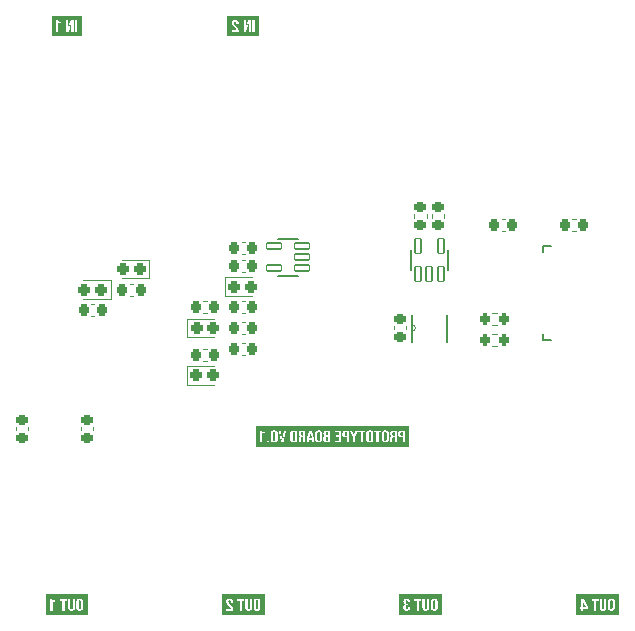
<source format=gbo>
G04 #@! TF.GenerationSoftware,KiCad,Pcbnew,7.0.2*
G04 #@! TF.CreationDate,2024-02-24T12:26:05+01:00*
G04 #@! TF.ProjectId,dsp_board,6473705f-626f-4617-9264-2e6b69636164,rev?*
G04 #@! TF.SameCoordinates,Original*
G04 #@! TF.FileFunction,Legend,Bot*
G04 #@! TF.FilePolarity,Positive*
%FSLAX46Y46*%
G04 Gerber Fmt 4.6, Leading zero omitted, Abs format (unit mm)*
G04 Created by KiCad (PCBNEW 7.0.2) date 2024-02-24 12:26:05*
%MOMM*%
%LPD*%
G01*
G04 APERTURE LIST*
G04 Aperture macros list*
%AMRoundRect*
0 Rectangle with rounded corners*
0 $1 Rounding radius*
0 $2 $3 $4 $5 $6 $7 $8 $9 X,Y pos of 4 corners*
0 Add a 4 corners polygon primitive as box body*
4,1,4,$2,$3,$4,$5,$6,$7,$8,$9,$2,$3,0*
0 Add four circle primitives for the rounded corners*
1,1,$1+$1,$2,$3*
1,1,$1+$1,$4,$5*
1,1,$1+$1,$6,$7*
1,1,$1+$1,$8,$9*
0 Add four rect primitives between the rounded corners*
20,1,$1+$1,$2,$3,$4,$5,0*
20,1,$1+$1,$4,$5,$6,$7,0*
20,1,$1+$1,$6,$7,$8,$9,0*
20,1,$1+$1,$8,$9,$2,$3,0*%
G04 Aperture macros list end*
%ADD10C,0.150000*%
%ADD11C,0.120000*%
%ADD12C,0.127000*%
%ADD13C,0.152400*%
%ADD14C,0.100000*%
%ADD15O,4.000000X2.000000*%
%ADD16O,1.700000X3.400000*%
%ADD17C,0.800000*%
%ADD18O,1.000000X2.000000*%
%ADD19RoundRect,0.225000X-0.225000X-0.250000X0.225000X-0.250000X0.225000X0.250000X-0.225000X0.250000X0*%
%ADD20RoundRect,0.250000X0.287500X0.275000X-0.287500X0.275000X-0.287500X-0.275000X0.287500X-0.275000X0*%
%ADD21RoundRect,0.060000X0.240000X0.615000X-0.240000X0.615000X-0.240000X-0.615000X0.240000X-0.615000X0*%
%ADD22RoundRect,0.200000X-0.200000X-0.275000X0.200000X-0.275000X0.200000X0.275000X-0.200000X0.275000X0*%
%ADD23RoundRect,0.250000X-0.287500X-0.275000X0.287500X-0.275000X0.287500X0.275000X-0.287500X0.275000X0*%
%ADD24RoundRect,0.060000X-0.615000X0.240000X-0.615000X-0.240000X0.615000X-0.240000X0.615000X0.240000X0*%
%ADD25R,1.550000X0.600000*%
%ADD26R,1.800000X1.200000*%
%ADD27RoundRect,0.225000X0.250000X-0.225000X0.250000X0.225000X-0.250000X0.225000X-0.250000X-0.225000X0*%
%ADD28R,0.457200X1.524000*%
%ADD29RoundRect,0.225000X0.225000X0.250000X-0.225000X0.250000X-0.225000X-0.250000X0.225000X-0.250000X0*%
G04 APERTURE END LIST*
D10*
G36*
X41175606Y-139056121D02*
G01*
X41191742Y-139058691D01*
X41206117Y-139062973D01*
X41218732Y-139068969D01*
X41229587Y-139076678D01*
X41238682Y-139086099D01*
X41246016Y-139097234D01*
X41251591Y-139110082D01*
X41255405Y-139124643D01*
X41256969Y-139135302D01*
X41257752Y-139146722D01*
X41257849Y-139152718D01*
X41257849Y-139692494D01*
X41257458Y-139704295D01*
X41256285Y-139715335D01*
X41254329Y-139725613D01*
X41249928Y-139739603D01*
X41243767Y-139751880D01*
X41235846Y-139762443D01*
X41226165Y-139771294D01*
X41214723Y-139778432D01*
X41201521Y-139783856D01*
X41186559Y-139787568D01*
X41169836Y-139789566D01*
X41157710Y-139789947D01*
X41139814Y-139789091D01*
X41123678Y-139786521D01*
X41109302Y-139782238D01*
X41096687Y-139776243D01*
X41085832Y-139768534D01*
X41076738Y-139759112D01*
X41069403Y-139747978D01*
X41063829Y-139735130D01*
X41060015Y-139720569D01*
X41058450Y-139709910D01*
X41057668Y-139698490D01*
X41057570Y-139692494D01*
X41057570Y-139152718D01*
X41057961Y-139140917D01*
X41059135Y-139129877D01*
X41061091Y-139119599D01*
X41065491Y-139105609D01*
X41071652Y-139093332D01*
X41079574Y-139082768D01*
X41089255Y-139073918D01*
X41100697Y-139066780D01*
X41113899Y-139061355D01*
X41128861Y-139057644D01*
X41145584Y-139055645D01*
X41157710Y-139055265D01*
X41175606Y-139056121D01*
G37*
G36*
X41819269Y-140298488D02*
G01*
X38286058Y-140298488D01*
X38286058Y-138930212D01*
X38653915Y-138930212D01*
X38653915Y-139915000D01*
X38847478Y-139915000D01*
X38847478Y-139164685D01*
X39049589Y-139164685D01*
X39049589Y-139055265D01*
X39034363Y-139055166D01*
X39019711Y-139054870D01*
X39005633Y-139054376D01*
X38992130Y-139053685D01*
X38979200Y-139052796D01*
X38966845Y-139051710D01*
X38951265Y-139049954D01*
X38936706Y-139047848D01*
X38923168Y-139045390D01*
X38916782Y-139044030D01*
X38904579Y-139040931D01*
X38893006Y-139037374D01*
X38879426Y-139032284D01*
X38866829Y-139026478D01*
X38855216Y-139019957D01*
X38844587Y-139012721D01*
X38836792Y-139006416D01*
X38827614Y-138997600D01*
X38818778Y-138987640D01*
X38811956Y-138978847D01*
X38805354Y-138969322D01*
X38798971Y-138959064D01*
X38792808Y-138948073D01*
X38786864Y-138936349D01*
X38783975Y-138930212D01*
X39487089Y-138930212D01*
X39487089Y-139070896D01*
X39689505Y-139070896D01*
X39689505Y-139915000D01*
X39882762Y-139915000D01*
X39882762Y-139070896D01*
X40085178Y-139070896D01*
X40085178Y-138930212D01*
X40167916Y-138930212D01*
X40167916Y-139682725D01*
X40168204Y-139697468D01*
X40169070Y-139711778D01*
X40170513Y-139725655D01*
X40172533Y-139739099D01*
X40175131Y-139752110D01*
X40178306Y-139764687D01*
X40182057Y-139776832D01*
X40186387Y-139788543D01*
X40191293Y-139799821D01*
X40196776Y-139810666D01*
X40202837Y-139821078D01*
X40209475Y-139831056D01*
X40216690Y-139840602D01*
X40224483Y-139849714D01*
X40232852Y-139858393D01*
X40241799Y-139866639D01*
X40251259Y-139874388D01*
X40261243Y-139881637D01*
X40271752Y-139888387D01*
X40282786Y-139894636D01*
X40294345Y-139900385D01*
X40306428Y-139905634D01*
X40319036Y-139910384D01*
X40332169Y-139914633D01*
X40345827Y-139918383D01*
X40360009Y-139921632D01*
X40374716Y-139924382D01*
X40389948Y-139926632D01*
X40405704Y-139928381D01*
X40421985Y-139929631D01*
X40438791Y-139930381D01*
X40456122Y-139930631D01*
X40473454Y-139930381D01*
X40490264Y-139929631D01*
X40506551Y-139928381D01*
X40522316Y-139926632D01*
X40537558Y-139924382D01*
X40552279Y-139921632D01*
X40566476Y-139918383D01*
X40580152Y-139914633D01*
X40593305Y-139910384D01*
X40605936Y-139905634D01*
X40618044Y-139900385D01*
X40629630Y-139894636D01*
X40640694Y-139888387D01*
X40651235Y-139881637D01*
X40661254Y-139874388D01*
X40670751Y-139866639D01*
X40679697Y-139858393D01*
X40688067Y-139849714D01*
X40695859Y-139840602D01*
X40703075Y-139831056D01*
X40709713Y-139821078D01*
X40715773Y-139810666D01*
X40721257Y-139799821D01*
X40726163Y-139788543D01*
X40730492Y-139776832D01*
X40734244Y-139764687D01*
X40737419Y-139752110D01*
X40740016Y-139739099D01*
X40742037Y-139725655D01*
X40743480Y-139711778D01*
X40744345Y-139697468D01*
X40744634Y-139682725D01*
X40744634Y-139682236D01*
X40864008Y-139682236D01*
X40864216Y-139692494D01*
X40864304Y-139696834D01*
X40865191Y-139711015D01*
X40866670Y-139724777D01*
X40868740Y-139738122D01*
X40871402Y-139751049D01*
X40874655Y-139763557D01*
X40878500Y-139775648D01*
X40882937Y-139787322D01*
X40887965Y-139798577D01*
X40893584Y-139809414D01*
X40899795Y-139819834D01*
X40906598Y-139829835D01*
X40913992Y-139839419D01*
X40921977Y-139848585D01*
X40930554Y-139857332D01*
X40939723Y-139865662D01*
X40949412Y-139873530D01*
X40959625Y-139880889D01*
X40970363Y-139887742D01*
X40981626Y-139894086D01*
X40993414Y-139899923D01*
X41005726Y-139905253D01*
X41018563Y-139910075D01*
X41031925Y-139914389D01*
X41045811Y-139918196D01*
X41060223Y-139921495D01*
X41075159Y-139924286D01*
X41090619Y-139926571D01*
X41106605Y-139928347D01*
X41123115Y-139929616D01*
X41140150Y-139930377D01*
X41157710Y-139930631D01*
X41175271Y-139930377D01*
X41192309Y-139929616D01*
X41208825Y-139928347D01*
X41224819Y-139926571D01*
X41240291Y-139924286D01*
X41255240Y-139921495D01*
X41269667Y-139918196D01*
X41283571Y-139914389D01*
X41296953Y-139910075D01*
X41309813Y-139905253D01*
X41322150Y-139899923D01*
X41333965Y-139894086D01*
X41345258Y-139887742D01*
X41356028Y-139880889D01*
X41366276Y-139873530D01*
X41376002Y-139865662D01*
X41385134Y-139857332D01*
X41393676Y-139848585D01*
X41401629Y-139839419D01*
X41408994Y-139829835D01*
X41415769Y-139819834D01*
X41421955Y-139809414D01*
X41427552Y-139798577D01*
X41432559Y-139787322D01*
X41436978Y-139775648D01*
X41440807Y-139763557D01*
X41444048Y-139751049D01*
X41446699Y-139738122D01*
X41448761Y-139724777D01*
X41450234Y-139711015D01*
X41451117Y-139696834D01*
X41451412Y-139682236D01*
X41451412Y-139162976D01*
X41451117Y-139148377D01*
X41450234Y-139134197D01*
X41448761Y-139120435D01*
X41446699Y-139107090D01*
X41444048Y-139094163D01*
X41440807Y-139081654D01*
X41436978Y-139069563D01*
X41432559Y-139057890D01*
X41427552Y-139046635D01*
X41421955Y-139035798D01*
X41415769Y-139025378D01*
X41408994Y-139015377D01*
X41401629Y-139005793D01*
X41393676Y-138996627D01*
X41385134Y-138987879D01*
X41376002Y-138979549D01*
X41366276Y-138971682D01*
X41356028Y-138964322D01*
X41345258Y-138957470D01*
X41333965Y-138951126D01*
X41322150Y-138945289D01*
X41309813Y-138939959D01*
X41296953Y-138935137D01*
X41283571Y-138930823D01*
X41269667Y-138927016D01*
X41255240Y-138923717D01*
X41240291Y-138920925D01*
X41224819Y-138918641D01*
X41208825Y-138916865D01*
X41192309Y-138915596D01*
X41175271Y-138914835D01*
X41157710Y-138914581D01*
X41140150Y-138914835D01*
X41123115Y-138915596D01*
X41106605Y-138916865D01*
X41090619Y-138918641D01*
X41075159Y-138920925D01*
X41060223Y-138923717D01*
X41045811Y-138927016D01*
X41031925Y-138930823D01*
X41018563Y-138935137D01*
X41005726Y-138939959D01*
X40993414Y-138945289D01*
X40981626Y-138951126D01*
X40970363Y-138957470D01*
X40959625Y-138964322D01*
X40949412Y-138971682D01*
X40939723Y-138979549D01*
X40930554Y-138987879D01*
X40921977Y-138996627D01*
X40913992Y-139005793D01*
X40906598Y-139015377D01*
X40899795Y-139025378D01*
X40893584Y-139035798D01*
X40887965Y-139046635D01*
X40882937Y-139057890D01*
X40878500Y-139069563D01*
X40874655Y-139081654D01*
X40871402Y-139094163D01*
X40868740Y-139107090D01*
X40866670Y-139120435D01*
X40865191Y-139134197D01*
X40864304Y-139148377D01*
X40864008Y-139162976D01*
X40864008Y-139682236D01*
X40744634Y-139682236D01*
X40744634Y-138930212D01*
X40551072Y-138930212D01*
X40551072Y-139694204D01*
X40550676Y-139706408D01*
X40549488Y-139717743D01*
X40547508Y-139728207D01*
X40544737Y-139737801D01*
X40540159Y-139748570D01*
X40534343Y-139757980D01*
X40527290Y-139766030D01*
X40525731Y-139767477D01*
X40515352Y-139775113D01*
X40503449Y-139781170D01*
X40490022Y-139785646D01*
X40477668Y-139788170D01*
X40464256Y-139789596D01*
X40452764Y-139789947D01*
X40438424Y-139789399D01*
X40425173Y-139787753D01*
X40413010Y-139785010D01*
X40399851Y-139780270D01*
X40388259Y-139773950D01*
X40379796Y-139767477D01*
X40371081Y-139757980D01*
X40365195Y-139748570D01*
X40360562Y-139737801D01*
X40357757Y-139728207D01*
X40355754Y-139717743D01*
X40354552Y-139706408D01*
X40354151Y-139694204D01*
X40354151Y-138930212D01*
X40167916Y-138930212D01*
X40085178Y-138930212D01*
X39487089Y-138930212D01*
X38783975Y-138930212D01*
X38653915Y-138930212D01*
X38286058Y-138930212D01*
X38286058Y-138546724D01*
X41819269Y-138546724D01*
X41819269Y-140298488D01*
G37*
G36*
X56327120Y-91282857D02*
G01*
X53655171Y-91282857D01*
X53655171Y-90162732D01*
X54023028Y-90162732D01*
X54023238Y-90173981D01*
X54023867Y-90185198D01*
X54024917Y-90196383D01*
X54026386Y-90207535D01*
X54028275Y-90218655D01*
X54030584Y-90229742D01*
X54033313Y-90240797D01*
X54036461Y-90251819D01*
X54040029Y-90262809D01*
X54044017Y-90273767D01*
X54048425Y-90284692D01*
X54053253Y-90295584D01*
X54058500Y-90306445D01*
X54064167Y-90317272D01*
X54070254Y-90328068D01*
X54076761Y-90338831D01*
X54083746Y-90349677D01*
X54091344Y-90360721D01*
X54099555Y-90371964D01*
X54108379Y-90383405D01*
X54117816Y-90395045D01*
X54127866Y-90406883D01*
X54138529Y-90418919D01*
X54149805Y-90431154D01*
X54161694Y-90443588D01*
X54174196Y-90456220D01*
X54187311Y-90469050D01*
X54201039Y-90482079D01*
X54215380Y-90495306D01*
X54230334Y-90508732D01*
X54245900Y-90522356D01*
X54262080Y-90536179D01*
X54272660Y-90545231D01*
X54282798Y-90554070D01*
X54292495Y-90562694D01*
X54301751Y-90571106D01*
X54310565Y-90579303D01*
X54318938Y-90587287D01*
X54326870Y-90595057D01*
X54337941Y-90606311D01*
X54348019Y-90617084D01*
X54357103Y-90627377D01*
X54365195Y-90637189D01*
X54372295Y-90646519D01*
X54378401Y-90655369D01*
X54385413Y-90666887D01*
X54391491Y-90678603D01*
X54396633Y-90690517D01*
X54400841Y-90702630D01*
X54404113Y-90714942D01*
X54406451Y-90727452D01*
X54407853Y-90740160D01*
X54408321Y-90753066D01*
X54408321Y-90774316D01*
X54040735Y-90774316D01*
X54040735Y-90915000D01*
X54599746Y-90915000D01*
X54599746Y-90807777D01*
X54599582Y-90794705D01*
X54599088Y-90781868D01*
X54598265Y-90769266D01*
X54597113Y-90756898D01*
X54595632Y-90744765D01*
X54593821Y-90732867D01*
X54591682Y-90721203D01*
X54589213Y-90709774D01*
X54586415Y-90698580D01*
X54583288Y-90687621D01*
X54579832Y-90676896D01*
X54576047Y-90666406D01*
X54571932Y-90656151D01*
X54567489Y-90646130D01*
X54562716Y-90636344D01*
X54557614Y-90626793D01*
X54552087Y-90617296D01*
X54546037Y-90607673D01*
X54539464Y-90597925D01*
X54532369Y-90588050D01*
X54524752Y-90578049D01*
X54516613Y-90567923D01*
X54507951Y-90557670D01*
X54498767Y-90547292D01*
X54489060Y-90536788D01*
X54478832Y-90526157D01*
X54468080Y-90515401D01*
X54456807Y-90504519D01*
X54445011Y-90493511D01*
X54432693Y-90482377D01*
X54419852Y-90471117D01*
X54406489Y-90459731D01*
X54393314Y-90448387D01*
X54380657Y-90437253D01*
X54368518Y-90426329D01*
X54356896Y-90415614D01*
X54345792Y-90405110D01*
X54335205Y-90394816D01*
X54325136Y-90384731D01*
X54315585Y-90374856D01*
X54306551Y-90365192D01*
X54298035Y-90355737D01*
X54290036Y-90346492D01*
X54282555Y-90337457D01*
X54275591Y-90328632D01*
X54269145Y-90320016D01*
X54260447Y-90307487D01*
X54257806Y-90303415D01*
X54250440Y-90291187D01*
X54243799Y-90278863D01*
X54237882Y-90266446D01*
X54232690Y-90253933D01*
X54228222Y-90241327D01*
X54224479Y-90228626D01*
X54221460Y-90215830D01*
X54219166Y-90202940D01*
X54217596Y-90189956D01*
X54216751Y-90176877D01*
X54216590Y-90168105D01*
X54216816Y-90156539D01*
X54217492Y-90145656D01*
X54218619Y-90135456D01*
X54220823Y-90122918D01*
X54223828Y-90111593D01*
X54227635Y-90101482D01*
X54233520Y-90090549D01*
X54240658Y-90081513D01*
X54242236Y-90079933D01*
X54250736Y-90072827D01*
X54262471Y-90065889D01*
X54273529Y-90061432D01*
X54285750Y-90058180D01*
X54299134Y-90056132D01*
X54313681Y-90055289D01*
X54316730Y-90055265D01*
X54334626Y-90056121D01*
X54350762Y-90058691D01*
X54365137Y-90062973D01*
X54377752Y-90068969D01*
X54388607Y-90076678D01*
X54397702Y-90086099D01*
X54405036Y-90097234D01*
X54410611Y-90110082D01*
X54414424Y-90124643D01*
X54415989Y-90135302D01*
X54416771Y-90146722D01*
X54416869Y-90152718D01*
X54416869Y-90258475D01*
X54599746Y-90258475D01*
X54599746Y-90162732D01*
X54599459Y-90147960D01*
X54598596Y-90133625D01*
X54597159Y-90119727D01*
X54595147Y-90106266D01*
X54592561Y-90093242D01*
X54589399Y-90080654D01*
X54585663Y-90068504D01*
X54581352Y-90056791D01*
X54576466Y-90045515D01*
X54571005Y-90034676D01*
X54564969Y-90024274D01*
X54558358Y-90014308D01*
X54551173Y-90004780D01*
X54543413Y-89995689D01*
X54535078Y-89987034D01*
X54526168Y-89978817D01*
X54516671Y-89971038D01*
X54506652Y-89963761D01*
X54496111Y-89956987D01*
X54485047Y-89950713D01*
X54473461Y-89944942D01*
X54461353Y-89939673D01*
X54448722Y-89934905D01*
X54435569Y-89930640D01*
X54434014Y-89930212D01*
X55016791Y-89930212D01*
X55016791Y-90915000D01*
X55215543Y-90915000D01*
X55447574Y-90206207D01*
X55450932Y-90206207D01*
X55450932Y-90915000D01*
X55623429Y-90915000D01*
X55623429Y-89930212D01*
X55765700Y-89930212D01*
X55765700Y-90915000D01*
X55959263Y-90915000D01*
X55959263Y-89930212D01*
X55765700Y-89930212D01*
X55623429Y-89930212D01*
X55380713Y-89930212D01*
X55192646Y-90525188D01*
X55188982Y-90525188D01*
X55188982Y-89930212D01*
X55016791Y-89930212D01*
X54434014Y-89930212D01*
X54421894Y-89926876D01*
X54407696Y-89923614D01*
X54392976Y-89920854D01*
X54377733Y-89918596D01*
X54361968Y-89916839D01*
X54345681Y-89915584D01*
X54328871Y-89914832D01*
X54311540Y-89914581D01*
X54294208Y-89914832D01*
X54277398Y-89915584D01*
X54261111Y-89916839D01*
X54245346Y-89918596D01*
X54230103Y-89920854D01*
X54215383Y-89923614D01*
X54201185Y-89926876D01*
X54187510Y-89930640D01*
X54174357Y-89934905D01*
X54161726Y-89939673D01*
X54149618Y-89944942D01*
X54138032Y-89950713D01*
X54126968Y-89956987D01*
X54116427Y-89963761D01*
X54106408Y-89971038D01*
X54096911Y-89978817D01*
X54087964Y-89987034D01*
X54079595Y-89995689D01*
X54071802Y-90004780D01*
X54064587Y-90014308D01*
X54057949Y-90024274D01*
X54051888Y-90034676D01*
X54046405Y-90045515D01*
X54041499Y-90056791D01*
X54037169Y-90068504D01*
X54033418Y-90080654D01*
X54030243Y-90093242D01*
X54027645Y-90106266D01*
X54025625Y-90119727D01*
X54024182Y-90133625D01*
X54023316Y-90147960D01*
X54023028Y-90162732D01*
X53655171Y-90162732D01*
X53655171Y-89546724D01*
X56327120Y-89546724D01*
X56327120Y-91282857D01*
G37*
G36*
X41327120Y-91282857D02*
G01*
X38764164Y-91282857D01*
X38764164Y-89930212D01*
X39132021Y-89930212D01*
X39132021Y-90915000D01*
X39325584Y-90915000D01*
X39325584Y-90164685D01*
X39527694Y-90164685D01*
X39527694Y-90055265D01*
X39512468Y-90055166D01*
X39497816Y-90054870D01*
X39483739Y-90054376D01*
X39470235Y-90053685D01*
X39457306Y-90052796D01*
X39444951Y-90051710D01*
X39429371Y-90049954D01*
X39414812Y-90047848D01*
X39401274Y-90045390D01*
X39394887Y-90044030D01*
X39382685Y-90040931D01*
X39371112Y-90037374D01*
X39357531Y-90032284D01*
X39344935Y-90026478D01*
X39333322Y-90019957D01*
X39322693Y-90012721D01*
X39314898Y-90006416D01*
X39305719Y-89997600D01*
X39296884Y-89987640D01*
X39290062Y-89978847D01*
X39283460Y-89969322D01*
X39277077Y-89959064D01*
X39270914Y-89948073D01*
X39264970Y-89936349D01*
X39262080Y-89930212D01*
X40016791Y-89930212D01*
X40016791Y-90915000D01*
X40215543Y-90915000D01*
X40447574Y-90206207D01*
X40450932Y-90206207D01*
X40450932Y-90915000D01*
X40623429Y-90915000D01*
X40623429Y-89930212D01*
X40765700Y-89930212D01*
X40765700Y-90915000D01*
X40959263Y-90915000D01*
X40959263Y-89930212D01*
X40765700Y-89930212D01*
X40623429Y-89930212D01*
X40380713Y-89930212D01*
X40192646Y-90525188D01*
X40188982Y-90525188D01*
X40188982Y-89930212D01*
X40016791Y-89930212D01*
X39262080Y-89930212D01*
X39132021Y-89930212D01*
X38764164Y-89930212D01*
X38764164Y-89562355D01*
X41327120Y-89562355D01*
X41327120Y-91282857D01*
G37*
G36*
X57639144Y-124806121D02*
G01*
X57655280Y-124808691D01*
X57669656Y-124812973D01*
X57682271Y-124818969D01*
X57693126Y-124826678D01*
X57702221Y-124836099D01*
X57709555Y-124847234D01*
X57715129Y-124860082D01*
X57718943Y-124874643D01*
X57720508Y-124885302D01*
X57721290Y-124896722D01*
X57721388Y-124902718D01*
X57721388Y-125442494D01*
X57720997Y-125454295D01*
X57719823Y-125465335D01*
X57717867Y-125475613D01*
X57713467Y-125489603D01*
X57707306Y-125501880D01*
X57699385Y-125512443D01*
X57689703Y-125521294D01*
X57678261Y-125528432D01*
X57665059Y-125533856D01*
X57650097Y-125537568D01*
X57633375Y-125539566D01*
X57621248Y-125539947D01*
X57603352Y-125539091D01*
X57587217Y-125536521D01*
X57572841Y-125532238D01*
X57560226Y-125526243D01*
X57549371Y-125518534D01*
X57540276Y-125509112D01*
X57532942Y-125497978D01*
X57527367Y-125485130D01*
X57523554Y-125470569D01*
X57521989Y-125459910D01*
X57521207Y-125448490D01*
X57521109Y-125442494D01*
X57521109Y-124902718D01*
X57521500Y-124890917D01*
X57522673Y-124879877D01*
X57524629Y-124869599D01*
X57529030Y-124855609D01*
X57535191Y-124843332D01*
X57543112Y-124832768D01*
X57552794Y-124823918D01*
X57564235Y-124816780D01*
X57577437Y-124811355D01*
X57592400Y-124807644D01*
X57609122Y-124805645D01*
X57621248Y-124805265D01*
X57639144Y-124806121D01*
G37*
G36*
X61398042Y-124806121D02*
G01*
X61414178Y-124808691D01*
X61428553Y-124812973D01*
X61441168Y-124818969D01*
X61452023Y-124826678D01*
X61461118Y-124836099D01*
X61468452Y-124847234D01*
X61474027Y-124860082D01*
X61477840Y-124874643D01*
X61479405Y-124885302D01*
X61480188Y-124896722D01*
X61480285Y-124902718D01*
X61480285Y-125442494D01*
X61479894Y-125454295D01*
X61478721Y-125465335D01*
X61476765Y-125475613D01*
X61472364Y-125489603D01*
X61466203Y-125501880D01*
X61458282Y-125512443D01*
X61448601Y-125521294D01*
X61437159Y-125528432D01*
X61423957Y-125533856D01*
X61408995Y-125537568D01*
X61392272Y-125539566D01*
X61380146Y-125539947D01*
X61362250Y-125539091D01*
X61346114Y-125536521D01*
X61331738Y-125532238D01*
X61319123Y-125526243D01*
X61308268Y-125518534D01*
X61299174Y-125509112D01*
X61291839Y-125497978D01*
X61286265Y-125485130D01*
X61282451Y-125470569D01*
X61280886Y-125459910D01*
X61280104Y-125448490D01*
X61280006Y-125442494D01*
X61280006Y-124902718D01*
X61280397Y-124890917D01*
X61281571Y-124879877D01*
X61283527Y-124869599D01*
X61287927Y-124855609D01*
X61294088Y-124843332D01*
X61302009Y-124832768D01*
X61311691Y-124823918D01*
X61323133Y-124816780D01*
X61336335Y-124811355D01*
X61351297Y-124807644D01*
X61368019Y-124805645D01*
X61380146Y-124805265D01*
X61398042Y-124806121D01*
G37*
G36*
X65719919Y-124806121D02*
G01*
X65736055Y-124808691D01*
X65750430Y-124812973D01*
X65763045Y-124818969D01*
X65773900Y-124826678D01*
X65782995Y-124836099D01*
X65790330Y-124847234D01*
X65795904Y-124860082D01*
X65799718Y-124874643D01*
X65801282Y-124885302D01*
X65802065Y-124896722D01*
X65802162Y-124902718D01*
X65802162Y-125442494D01*
X65801771Y-125454295D01*
X65800598Y-125465335D01*
X65798642Y-125475613D01*
X65794241Y-125489603D01*
X65788080Y-125501880D01*
X65780159Y-125512443D01*
X65770478Y-125521294D01*
X65759036Y-125528432D01*
X65745834Y-125533856D01*
X65730872Y-125537568D01*
X65714149Y-125539566D01*
X65702023Y-125539947D01*
X65684127Y-125539091D01*
X65667991Y-125536521D01*
X65653616Y-125532238D01*
X65641000Y-125526243D01*
X65630145Y-125518534D01*
X65621051Y-125509112D01*
X65613716Y-125497978D01*
X65608142Y-125485130D01*
X65604328Y-125470569D01*
X65602763Y-125459910D01*
X65601981Y-125448490D01*
X65601883Y-125442494D01*
X65601883Y-124902718D01*
X65602275Y-124890917D01*
X65603448Y-124879877D01*
X65605404Y-124869599D01*
X65609805Y-124855609D01*
X65615965Y-124843332D01*
X65623887Y-124832768D01*
X65633568Y-124823918D01*
X65645010Y-124816780D01*
X65658212Y-124811355D01*
X65673174Y-124807644D01*
X65689897Y-124805645D01*
X65702023Y-124805265D01*
X65719919Y-124806121D01*
G37*
G36*
X67041273Y-124806121D02*
G01*
X67057409Y-124808691D01*
X67071784Y-124812973D01*
X67084399Y-124818969D01*
X67095254Y-124826678D01*
X67104349Y-124836099D01*
X67111683Y-124847234D01*
X67117258Y-124860082D01*
X67121071Y-124874643D01*
X67122636Y-124885302D01*
X67123418Y-124896722D01*
X67123516Y-124902718D01*
X67123516Y-125442494D01*
X67123125Y-125454295D01*
X67121952Y-125465335D01*
X67119996Y-125475613D01*
X67115595Y-125489603D01*
X67109434Y-125501880D01*
X67101513Y-125512443D01*
X67091831Y-125521294D01*
X67080390Y-125528432D01*
X67067188Y-125533856D01*
X67052226Y-125537568D01*
X67035503Y-125539566D01*
X67023377Y-125539947D01*
X67005481Y-125539091D01*
X66989345Y-125536521D01*
X66974969Y-125532238D01*
X66962354Y-125526243D01*
X66951499Y-125518534D01*
X66942404Y-125509112D01*
X66935070Y-125497978D01*
X66929496Y-125485130D01*
X66925682Y-125470569D01*
X66924117Y-125459910D01*
X66923335Y-125448490D01*
X66923237Y-125442494D01*
X66923237Y-124902718D01*
X66923628Y-124890917D01*
X66924802Y-124879877D01*
X66926758Y-124869599D01*
X66931158Y-124855609D01*
X66937319Y-124843332D01*
X66945240Y-124832768D01*
X66954922Y-124823918D01*
X66966364Y-124816780D01*
X66979566Y-124811355D01*
X66994528Y-124807644D01*
X67011250Y-124805645D01*
X67023377Y-124805265D01*
X67041273Y-124806121D01*
G37*
G36*
X59364532Y-125524316D02*
G01*
X59266224Y-125524316D01*
X59251884Y-125523767D01*
X59238633Y-125522121D01*
X59226470Y-125519378D01*
X59213311Y-125514638D01*
X59201719Y-125508319D01*
X59193256Y-125501845D01*
X59184541Y-125492423D01*
X59178655Y-125483049D01*
X59174022Y-125472292D01*
X59171217Y-125462690D01*
X59169214Y-125452203D01*
X59168012Y-125440830D01*
X59167611Y-125428572D01*
X59167611Y-124916639D01*
X59168012Y-124904381D01*
X59169214Y-124893009D01*
X59171217Y-124882522D01*
X59174022Y-124872920D01*
X59178655Y-124862163D01*
X59184541Y-124852789D01*
X59191679Y-124844799D01*
X59193256Y-124843367D01*
X59203542Y-124835730D01*
X59215396Y-124829674D01*
X59228816Y-124825197D01*
X59241196Y-124822674D01*
X59254665Y-124821247D01*
X59266224Y-124820896D01*
X59364532Y-124820896D01*
X59364532Y-125524316D01*
G37*
G36*
X60069172Y-125102264D02*
G01*
X59998952Y-125102264D01*
X59984904Y-125101890D01*
X59971761Y-125100768D01*
X59959525Y-125098898D01*
X59945505Y-125095509D01*
X59932901Y-125090951D01*
X59921713Y-125085224D01*
X59911941Y-125078328D01*
X59903585Y-125070061D01*
X59896646Y-125060220D01*
X59891123Y-125048804D01*
X59887724Y-125038539D01*
X59885231Y-125027265D01*
X59883645Y-125014984D01*
X59883050Y-125005113D01*
X59882937Y-124998217D01*
X59882937Y-124922257D01*
X59883146Y-124912488D01*
X59884077Y-124900270D01*
X59885751Y-124888975D01*
X59888170Y-124878605D01*
X59891332Y-124869157D01*
X59896332Y-124858647D01*
X59902495Y-124849580D01*
X59906751Y-124844832D01*
X59916532Y-124836698D01*
X59928246Y-124830246D01*
X59939483Y-124826156D01*
X59952062Y-124823234D01*
X59965983Y-124821481D01*
X59981245Y-124820896D01*
X60069172Y-124820896D01*
X60069172Y-125102264D01*
G37*
G36*
X60777171Y-125336737D02*
G01*
X60603148Y-125336737D01*
X60689244Y-124856800D01*
X60692907Y-124856800D01*
X60777171Y-125336737D01*
G37*
G36*
X62173324Y-125524316D02*
G01*
X62062499Y-125524316D01*
X62050168Y-125523984D01*
X62035921Y-125522635D01*
X62022971Y-125520248D01*
X62011318Y-125516824D01*
X61999046Y-125511346D01*
X61988642Y-125504374D01*
X61987089Y-125503066D01*
X61978685Y-125493916D01*
X61973010Y-125484624D01*
X61968542Y-125473818D01*
X61965837Y-125464083D01*
X61963905Y-125453378D01*
X61962746Y-125441704D01*
X61962360Y-125429061D01*
X61962360Y-125344797D01*
X61962615Y-125332701D01*
X61963379Y-125321327D01*
X61964654Y-125310674D01*
X61966438Y-125300742D01*
X61969611Y-125288621D01*
X61973689Y-125277783D01*
X61978674Y-125268227D01*
X61986180Y-125258085D01*
X61991363Y-125252962D01*
X62001351Y-125245574D01*
X62013188Y-125239438D01*
X62026873Y-125234554D01*
X62039152Y-125231549D01*
X62052614Y-125229345D01*
X62067259Y-125227942D01*
X62083087Y-125227341D01*
X62087229Y-125227316D01*
X62173324Y-125227316D01*
X62173324Y-125524316D01*
G37*
G36*
X62173324Y-125086632D02*
G01*
X62097914Y-125086632D01*
X62083794Y-125086251D01*
X62070590Y-125085106D01*
X62058301Y-125083198D01*
X62044229Y-125079739D01*
X62031587Y-125075088D01*
X62020377Y-125069244D01*
X62010598Y-125062208D01*
X62002242Y-125053771D01*
X61995303Y-125043723D01*
X61990771Y-125034526D01*
X61987145Y-125024298D01*
X61984426Y-125013040D01*
X61982613Y-125000752D01*
X61981849Y-124990859D01*
X61981594Y-124980387D01*
X61981594Y-124924211D01*
X61981803Y-124914263D01*
X61982733Y-124901820D01*
X61984408Y-124890315D01*
X61986826Y-124879750D01*
X61989989Y-124870123D01*
X61994989Y-124859410D01*
X62001152Y-124850164D01*
X62005407Y-124845321D01*
X62015293Y-124837020D01*
X62027089Y-124830437D01*
X62038378Y-124826263D01*
X62050994Y-124823281D01*
X62064937Y-124821493D01*
X62080207Y-124820896D01*
X62173324Y-124820896D01*
X62173324Y-125086632D01*
G37*
G36*
X63763345Y-125117896D02*
G01*
X63672060Y-125117896D01*
X63657765Y-125117389D01*
X63644648Y-125115868D01*
X63632708Y-125113334D01*
X63619936Y-125108955D01*
X63608859Y-125103116D01*
X63600924Y-125097135D01*
X63592831Y-125088336D01*
X63587366Y-125079456D01*
X63583064Y-125069169D01*
X63579924Y-125057475D01*
X63578250Y-125047106D01*
X63577319Y-125035836D01*
X63577110Y-125026793D01*
X63577110Y-124911999D01*
X63577482Y-124900054D01*
X63578598Y-124889009D01*
X63580459Y-124878866D01*
X63583831Y-124867453D01*
X63588366Y-124857447D01*
X63595342Y-124847297D01*
X63600924Y-124841657D01*
X63610587Y-124834601D01*
X63621947Y-124829006D01*
X63635002Y-124824870D01*
X63647177Y-124822538D01*
X63660530Y-124821221D01*
X63672060Y-124820896D01*
X63763345Y-124820896D01*
X63763345Y-125117896D01*
G37*
G36*
X67814113Y-125102264D02*
G01*
X67743893Y-125102264D01*
X67729844Y-125101890D01*
X67716702Y-125100768D01*
X67704466Y-125098898D01*
X67690446Y-125095509D01*
X67677841Y-125090951D01*
X67666653Y-125085224D01*
X67656882Y-125078328D01*
X67648526Y-125070061D01*
X67641587Y-125060220D01*
X67636063Y-125048804D01*
X67632665Y-125038539D01*
X67630172Y-125027265D01*
X67628586Y-125014984D01*
X67627991Y-125005113D01*
X67627878Y-124998217D01*
X67627878Y-124922257D01*
X67628087Y-124912488D01*
X67629017Y-124900270D01*
X67630692Y-124888975D01*
X67633110Y-124878605D01*
X67636273Y-124869157D01*
X67641273Y-124858647D01*
X67647436Y-124849580D01*
X67651691Y-124844832D01*
X67661473Y-124836698D01*
X67673187Y-124830246D01*
X67684424Y-124826156D01*
X67697003Y-124823234D01*
X67710923Y-124821481D01*
X67726186Y-124820896D01*
X67814113Y-124820896D01*
X67814113Y-125102264D01*
G37*
G36*
X68489444Y-125117896D02*
G01*
X68398159Y-125117896D01*
X68383864Y-125117389D01*
X68370747Y-125115868D01*
X68358808Y-125113334D01*
X68346035Y-125108955D01*
X68334958Y-125103116D01*
X68327023Y-125097135D01*
X68318930Y-125088336D01*
X68313465Y-125079456D01*
X68309163Y-125069169D01*
X68306023Y-125057475D01*
X68304349Y-125047106D01*
X68303419Y-125035836D01*
X68303209Y-125026793D01*
X68303209Y-124911999D01*
X68303581Y-124900054D01*
X68304698Y-124889009D01*
X68306558Y-124878866D01*
X68309930Y-124867453D01*
X68314465Y-124857447D01*
X68321442Y-124847297D01*
X68327023Y-124841657D01*
X68336686Y-124834601D01*
X68348046Y-124829006D01*
X68361101Y-124824870D01*
X68373276Y-124822538D01*
X68386629Y-124821221D01*
X68398159Y-124820896D01*
X68489444Y-124820896D01*
X68489444Y-125117896D01*
G37*
G36*
X69050864Y-126048488D02*
G01*
X56040420Y-126048488D01*
X56040420Y-124680212D01*
X56408277Y-124680212D01*
X56408277Y-125665000D01*
X56601840Y-125665000D01*
X56601840Y-125524316D01*
X57014610Y-125524316D01*
X57014610Y-125665000D01*
X57201151Y-125665000D01*
X57201151Y-125524316D01*
X57014610Y-125524316D01*
X56601840Y-125524316D01*
X56601840Y-125432236D01*
X57327546Y-125432236D01*
X57327754Y-125442494D01*
X57327842Y-125446834D01*
X57328729Y-125461015D01*
X57330208Y-125474777D01*
X57332278Y-125488122D01*
X57334940Y-125501049D01*
X57338194Y-125513557D01*
X57342039Y-125525648D01*
X57346475Y-125537322D01*
X57351503Y-125548577D01*
X57357123Y-125559414D01*
X57363334Y-125569834D01*
X57370136Y-125579835D01*
X57377530Y-125589419D01*
X57385516Y-125598585D01*
X57394093Y-125607332D01*
X57403262Y-125615662D01*
X57412950Y-125623530D01*
X57423164Y-125630889D01*
X57433902Y-125637742D01*
X57445164Y-125644086D01*
X57456952Y-125649923D01*
X57469264Y-125655253D01*
X57482101Y-125660075D01*
X57495463Y-125664389D01*
X57509350Y-125668196D01*
X57523761Y-125671495D01*
X57538697Y-125674286D01*
X57554158Y-125676571D01*
X57570143Y-125678347D01*
X57586654Y-125679616D01*
X57603689Y-125680377D01*
X57621248Y-125680631D01*
X57638809Y-125680377D01*
X57655848Y-125679616D01*
X57672364Y-125678347D01*
X57688358Y-125676571D01*
X57703829Y-125674286D01*
X57718778Y-125671495D01*
X57733205Y-125668196D01*
X57747110Y-125664389D01*
X57760492Y-125660075D01*
X57773351Y-125655253D01*
X57785689Y-125649923D01*
X57797504Y-125644086D01*
X57808797Y-125637742D01*
X57819567Y-125630889D01*
X57829815Y-125623530D01*
X57839540Y-125615662D01*
X57848672Y-125607332D01*
X57857215Y-125598585D01*
X57865168Y-125589419D01*
X57872532Y-125579835D01*
X57879307Y-125569834D01*
X57885493Y-125559414D01*
X57891090Y-125548577D01*
X57896098Y-125537322D01*
X57900516Y-125525648D01*
X57904346Y-125513557D01*
X57907586Y-125501049D01*
X57910237Y-125488122D01*
X57912299Y-125474777D01*
X57913772Y-125461015D01*
X57914656Y-125446834D01*
X57914950Y-125432236D01*
X57914950Y-124912976D01*
X57914656Y-124898377D01*
X57913772Y-124884197D01*
X57912299Y-124870435D01*
X57910237Y-124857090D01*
X57907586Y-124844163D01*
X57904346Y-124831654D01*
X57900516Y-124819563D01*
X57896098Y-124807890D01*
X57891090Y-124796635D01*
X57885493Y-124785798D01*
X57879307Y-124775378D01*
X57872532Y-124765377D01*
X57865168Y-124755793D01*
X57857215Y-124746627D01*
X57848672Y-124737879D01*
X57839540Y-124729549D01*
X57829815Y-124721682D01*
X57819567Y-124714322D01*
X57808797Y-124707470D01*
X57797504Y-124701126D01*
X57785689Y-124695289D01*
X57773351Y-124689959D01*
X57760492Y-124685137D01*
X57747110Y-124680823D01*
X57744878Y-124680212D01*
X57990360Y-124680212D01*
X58176595Y-125665000D01*
X58433356Y-125665000D01*
X58479436Y-125421734D01*
X58974354Y-125421734D01*
X58974485Y-125428572D01*
X58974635Y-125436439D01*
X58975479Y-125450695D01*
X58976887Y-125464504D01*
X58978857Y-125477864D01*
X58981390Y-125490775D01*
X58984486Y-125503238D01*
X58988145Y-125515253D01*
X58992367Y-125526819D01*
X58997151Y-125537937D01*
X59002499Y-125548606D01*
X59008409Y-125558827D01*
X59014883Y-125568600D01*
X59021919Y-125577924D01*
X59029518Y-125586800D01*
X59037680Y-125595227D01*
X59046405Y-125603206D01*
X59055693Y-125610689D01*
X59065544Y-125617689D01*
X59075958Y-125624206D01*
X59086934Y-125630241D01*
X59098474Y-125635792D01*
X59110576Y-125640861D01*
X59123242Y-125645448D01*
X59136470Y-125649551D01*
X59150261Y-125653172D01*
X59164615Y-125656310D01*
X59179532Y-125658965D01*
X59195012Y-125661137D01*
X59211055Y-125662827D01*
X59227660Y-125664034D01*
X59244829Y-125664758D01*
X59262560Y-125665000D01*
X59558094Y-125665000D01*
X59666477Y-125665000D01*
X59863398Y-125665000D01*
X59867737Y-125654668D01*
X59871404Y-125644617D01*
X59874398Y-125634846D01*
X59876998Y-125624023D01*
X59877747Y-125620059D01*
X59879055Y-125609161D01*
X59879921Y-125597271D01*
X59880462Y-125585566D01*
X59880777Y-125575026D01*
X59880987Y-125563439D01*
X59881092Y-125550807D01*
X59881105Y-125544099D01*
X59881105Y-125363848D01*
X59881344Y-125351567D01*
X59882061Y-125340003D01*
X59883255Y-125329156D01*
X59884926Y-125319026D01*
X59887898Y-125306634D01*
X59891719Y-125295517D01*
X59896390Y-125285675D01*
X59903421Y-125275165D01*
X59908277Y-125269815D01*
X59917738Y-125262075D01*
X59929136Y-125255647D01*
X59942472Y-125250530D01*
X59954536Y-125247382D01*
X59967841Y-125245073D01*
X59982386Y-125243604D01*
X59998171Y-125242974D01*
X60002311Y-125242948D01*
X60069172Y-125242948D01*
X60069172Y-125665000D01*
X60262735Y-125665000D01*
X60351578Y-125665000D01*
X60545140Y-125665000D01*
X60580250Y-125477421D01*
X60800069Y-125477421D01*
X60835179Y-125665000D01*
X61014697Y-125665000D01*
X60967287Y-125432236D01*
X61086444Y-125432236D01*
X61086651Y-125442494D01*
X61086739Y-125446834D01*
X61087627Y-125461015D01*
X61089106Y-125474777D01*
X61091176Y-125488122D01*
X61093838Y-125501049D01*
X61097091Y-125513557D01*
X61100936Y-125525648D01*
X61105373Y-125537322D01*
X61110400Y-125548577D01*
X61116020Y-125559414D01*
X61122231Y-125569834D01*
X61129034Y-125579835D01*
X61136428Y-125589419D01*
X61144413Y-125598585D01*
X61152990Y-125607332D01*
X61162159Y-125615662D01*
X61171848Y-125623530D01*
X61182061Y-125630889D01*
X61192799Y-125637742D01*
X61204062Y-125644086D01*
X61215849Y-125649923D01*
X61228162Y-125655253D01*
X61240999Y-125660075D01*
X61254361Y-125664389D01*
X61268247Y-125668196D01*
X61282658Y-125671495D01*
X61297595Y-125674286D01*
X61313055Y-125676571D01*
X61329041Y-125678347D01*
X61345551Y-125679616D01*
X61362586Y-125680377D01*
X61380146Y-125680631D01*
X61397707Y-125680377D01*
X61414745Y-125679616D01*
X61431261Y-125678347D01*
X61447255Y-125676571D01*
X61462727Y-125674286D01*
X61477676Y-125671495D01*
X61492103Y-125668196D01*
X61506007Y-125664389D01*
X61519389Y-125660075D01*
X61532249Y-125655253D01*
X61544586Y-125649923D01*
X61556401Y-125644086D01*
X61567694Y-125637742D01*
X61578464Y-125630889D01*
X61588712Y-125623530D01*
X61598438Y-125615662D01*
X61607569Y-125607332D01*
X61616112Y-125598585D01*
X61624065Y-125589419D01*
X61631430Y-125579835D01*
X61638205Y-125569834D01*
X61644391Y-125559414D01*
X61649988Y-125548577D01*
X61654995Y-125537322D01*
X61659414Y-125525648D01*
X61663243Y-125513557D01*
X61666483Y-125501049D01*
X61669135Y-125488122D01*
X61671197Y-125474777D01*
X61672669Y-125461015D01*
X61673553Y-125446834D01*
X61673804Y-125434434D01*
X61768797Y-125434434D01*
X61769089Y-125448300D01*
X61769966Y-125461747D01*
X61771427Y-125474777D01*
X61773472Y-125487389D01*
X61776102Y-125499583D01*
X61779316Y-125511359D01*
X61783114Y-125522718D01*
X61787497Y-125533658D01*
X61792464Y-125544180D01*
X61798016Y-125554285D01*
X61804152Y-125563972D01*
X61810872Y-125573241D01*
X61818176Y-125582091D01*
X61826065Y-125590525D01*
X61834539Y-125598540D01*
X61843597Y-125606137D01*
X61853217Y-125613265D01*
X61863379Y-125619933D01*
X61874083Y-125626141D01*
X61885328Y-125631889D01*
X61897114Y-125637178D01*
X61909442Y-125642006D01*
X61922311Y-125646375D01*
X61935722Y-125650284D01*
X61949674Y-125653733D01*
X61964168Y-125656722D01*
X61979203Y-125659251D01*
X61994779Y-125661321D01*
X62010897Y-125662930D01*
X62027556Y-125664080D01*
X62044757Y-125664770D01*
X62062499Y-125665000D01*
X62366887Y-125665000D01*
X62366887Y-124680212D01*
X62754012Y-124680212D01*
X62754012Y-124820896D01*
X63088014Y-124820896D01*
X63088014Y-125086632D01*
X62822400Y-125086632D01*
X62822400Y-125227316D01*
X63088014Y-125227316D01*
X63088014Y-125524316D01*
X62754012Y-125524316D01*
X62754012Y-125665000D01*
X63281576Y-125665000D01*
X63281576Y-125017512D01*
X63383548Y-125017512D01*
X63383727Y-125026793D01*
X63383829Y-125032096D01*
X63384673Y-125046233D01*
X63386081Y-125059924D01*
X63388051Y-125073169D01*
X63390584Y-125085966D01*
X63393680Y-125098318D01*
X63397339Y-125110223D01*
X63401561Y-125121681D01*
X63406345Y-125132693D01*
X63411693Y-125143259D01*
X63417603Y-125153378D01*
X63424077Y-125163050D01*
X63431113Y-125172276D01*
X63438712Y-125181055D01*
X63446874Y-125189388D01*
X63455599Y-125197274D01*
X63464888Y-125204698D01*
X63474743Y-125211643D01*
X63485162Y-125218109D01*
X63496147Y-125224095D01*
X63507698Y-125229603D01*
X63519813Y-125234632D01*
X63532494Y-125239182D01*
X63545740Y-125243253D01*
X63559552Y-125246845D01*
X63573928Y-125249958D01*
X63588870Y-125252593D01*
X63604378Y-125254748D01*
X63620450Y-125256424D01*
X63637088Y-125257622D01*
X63654291Y-125258340D01*
X63672060Y-125258579D01*
X63763345Y-125258579D01*
X63763345Y-125665000D01*
X63956908Y-125665000D01*
X63956908Y-124680212D01*
X64040561Y-124680212D01*
X64274423Y-125251985D01*
X64274423Y-125665000D01*
X64467986Y-125665000D01*
X64467986Y-125251985D01*
X64701848Y-124680212D01*
X64742149Y-124680212D01*
X64742149Y-124820896D01*
X64944565Y-124820896D01*
X64944565Y-125665000D01*
X65137822Y-125665000D01*
X65137822Y-125432236D01*
X65408321Y-125432236D01*
X65408529Y-125442494D01*
X65408617Y-125446834D01*
X65409504Y-125461015D01*
X65410983Y-125474777D01*
X65413053Y-125488122D01*
X65415715Y-125501049D01*
X65418968Y-125513557D01*
X65422813Y-125525648D01*
X65427250Y-125537322D01*
X65432278Y-125548577D01*
X65437897Y-125559414D01*
X65444108Y-125569834D01*
X65450911Y-125579835D01*
X65458305Y-125589419D01*
X65466290Y-125598585D01*
X65474868Y-125607332D01*
X65484036Y-125615662D01*
X65493725Y-125623530D01*
X65503938Y-125630889D01*
X65514676Y-125637742D01*
X65525939Y-125644086D01*
X65537727Y-125649923D01*
X65550039Y-125655253D01*
X65562876Y-125660075D01*
X65576238Y-125664389D01*
X65590124Y-125668196D01*
X65604536Y-125671495D01*
X65619472Y-125674286D01*
X65634932Y-125676571D01*
X65650918Y-125678347D01*
X65667428Y-125679616D01*
X65684463Y-125680377D01*
X65702023Y-125680631D01*
X65719584Y-125680377D01*
X65736622Y-125679616D01*
X65753139Y-125678347D01*
X65769132Y-125676571D01*
X65784604Y-125674286D01*
X65799553Y-125671495D01*
X65813980Y-125668196D01*
X65827884Y-125664389D01*
X65841266Y-125660075D01*
X65854126Y-125655253D01*
X65866463Y-125649923D01*
X65878278Y-125644086D01*
X65889571Y-125637742D01*
X65900341Y-125630889D01*
X65910589Y-125623530D01*
X65920315Y-125615662D01*
X65929447Y-125607332D01*
X65937989Y-125598585D01*
X65945943Y-125589419D01*
X65953307Y-125579835D01*
X65960082Y-125569834D01*
X65966268Y-125559414D01*
X65971865Y-125548577D01*
X65976872Y-125537322D01*
X65981291Y-125525648D01*
X65985120Y-125513557D01*
X65988361Y-125501049D01*
X65991012Y-125488122D01*
X65993074Y-125474777D01*
X65994547Y-125461015D01*
X65995430Y-125446834D01*
X65995725Y-125432236D01*
X65995725Y-124912976D01*
X65995430Y-124898377D01*
X65994547Y-124884197D01*
X65993074Y-124870435D01*
X65991012Y-124857090D01*
X65988361Y-124844163D01*
X65985120Y-124831654D01*
X65981291Y-124819563D01*
X65976872Y-124807890D01*
X65971865Y-124796635D01*
X65966268Y-124785798D01*
X65960082Y-124775378D01*
X65953307Y-124765377D01*
X65945943Y-124755793D01*
X65937989Y-124746627D01*
X65929447Y-124737879D01*
X65920315Y-124729549D01*
X65910589Y-124721682D01*
X65900341Y-124714322D01*
X65889571Y-124707470D01*
X65878278Y-124701126D01*
X65866463Y-124695289D01*
X65854126Y-124689959D01*
X65841266Y-124685137D01*
X65827884Y-124680823D01*
X65825652Y-124680212D01*
X66063502Y-124680212D01*
X66063502Y-124820896D01*
X66265919Y-124820896D01*
X66265919Y-125665000D01*
X66459176Y-125665000D01*
X66459176Y-125432236D01*
X66729675Y-125432236D01*
X66729882Y-125442494D01*
X66729970Y-125446834D01*
X66730858Y-125461015D01*
X66732337Y-125474777D01*
X66734407Y-125488122D01*
X66737069Y-125501049D01*
X66740322Y-125513557D01*
X66744167Y-125525648D01*
X66748604Y-125537322D01*
X66753631Y-125548577D01*
X66759251Y-125559414D01*
X66765462Y-125569834D01*
X66772265Y-125579835D01*
X66779659Y-125589419D01*
X66787644Y-125598585D01*
X66796221Y-125607332D01*
X66805390Y-125615662D01*
X66815079Y-125623530D01*
X66825292Y-125630889D01*
X66836030Y-125637742D01*
X66847293Y-125644086D01*
X66859080Y-125649923D01*
X66871393Y-125655253D01*
X66884230Y-125660075D01*
X66897592Y-125664389D01*
X66911478Y-125668196D01*
X66925889Y-125671495D01*
X66940825Y-125674286D01*
X66956286Y-125676571D01*
X66972272Y-125678347D01*
X66988782Y-125679616D01*
X67005817Y-125680377D01*
X67023377Y-125680631D01*
X67040938Y-125680377D01*
X67057976Y-125679616D01*
X67074492Y-125678347D01*
X67090486Y-125676571D01*
X67105958Y-125674286D01*
X67120907Y-125671495D01*
X67135334Y-125668196D01*
X67147006Y-125665000D01*
X67411418Y-125665000D01*
X67608338Y-125665000D01*
X67612677Y-125654668D01*
X67616344Y-125644617D01*
X67619339Y-125634846D01*
X67621939Y-125624023D01*
X67622688Y-125620059D01*
X67623996Y-125609161D01*
X67624862Y-125597271D01*
X67625403Y-125585566D01*
X67625718Y-125575026D01*
X67625928Y-125563439D01*
X67626033Y-125550807D01*
X67626046Y-125544099D01*
X67626046Y-125363848D01*
X67626285Y-125351567D01*
X67627001Y-125340003D01*
X67628195Y-125329156D01*
X67629867Y-125319026D01*
X67632839Y-125306634D01*
X67636660Y-125295517D01*
X67641330Y-125285675D01*
X67648362Y-125275165D01*
X67653218Y-125269815D01*
X67662678Y-125262075D01*
X67674076Y-125255647D01*
X67687413Y-125250530D01*
X67699477Y-125247382D01*
X67712781Y-125245073D01*
X67727326Y-125243604D01*
X67743111Y-125242974D01*
X67747251Y-125242948D01*
X67814113Y-125242948D01*
X67814113Y-125665000D01*
X68007675Y-125665000D01*
X68007675Y-125017512D01*
X68109647Y-125017512D01*
X68109826Y-125026793D01*
X68109928Y-125032096D01*
X68110773Y-125046233D01*
X68112180Y-125059924D01*
X68114150Y-125073169D01*
X68116683Y-125085966D01*
X68119779Y-125098318D01*
X68123438Y-125110223D01*
X68127660Y-125121681D01*
X68132444Y-125132693D01*
X68137792Y-125143259D01*
X68143702Y-125153378D01*
X68150176Y-125163050D01*
X68157212Y-125172276D01*
X68164811Y-125181055D01*
X68172973Y-125189388D01*
X68181698Y-125197274D01*
X68190988Y-125204698D01*
X68200842Y-125211643D01*
X68211262Y-125218109D01*
X68222247Y-125224095D01*
X68233797Y-125229603D01*
X68245912Y-125234632D01*
X68258593Y-125239182D01*
X68271839Y-125243253D01*
X68285651Y-125246845D01*
X68300027Y-125249958D01*
X68314969Y-125252593D01*
X68330477Y-125254748D01*
X68346549Y-125256424D01*
X68363187Y-125257622D01*
X68380390Y-125258340D01*
X68398159Y-125258579D01*
X68489444Y-125258579D01*
X68489444Y-125665000D01*
X68683007Y-125665000D01*
X68683007Y-124680212D01*
X68398159Y-124680212D01*
X68380390Y-124680452D01*
X68363187Y-124681170D01*
X68346549Y-124682368D01*
X68330477Y-124684044D01*
X68314969Y-124686199D01*
X68300027Y-124688833D01*
X68285651Y-124691946D01*
X68271839Y-124695539D01*
X68258593Y-124699610D01*
X68245912Y-124704160D01*
X68233797Y-124709189D01*
X68222247Y-124714696D01*
X68211262Y-124720683D01*
X68200842Y-124727149D01*
X68190988Y-124734094D01*
X68181698Y-124741517D01*
X68172973Y-124749404D01*
X68164811Y-124757737D01*
X68157212Y-124766516D01*
X68150176Y-124775742D01*
X68143702Y-124785414D01*
X68137792Y-124795533D01*
X68132444Y-124806099D01*
X68127660Y-124817110D01*
X68123438Y-124828569D01*
X68119779Y-124840474D01*
X68116683Y-124852825D01*
X68114150Y-124865623D01*
X68112180Y-124878868D01*
X68110773Y-124892559D01*
X68109928Y-124906696D01*
X68109647Y-124921280D01*
X68109647Y-125017512D01*
X68007675Y-125017512D01*
X68007675Y-124680212D01*
X67720995Y-124680212D01*
X67702613Y-124680430D01*
X67684865Y-124681082D01*
X67667751Y-124682170D01*
X67651272Y-124683693D01*
X67635427Y-124685651D01*
X67620217Y-124688043D01*
X67605641Y-124690871D01*
X67591699Y-124694134D01*
X67578392Y-124697832D01*
X67565720Y-124701965D01*
X67553682Y-124706533D01*
X67542278Y-124711536D01*
X67531509Y-124716975D01*
X67521375Y-124722848D01*
X67511874Y-124729156D01*
X67503009Y-124735900D01*
X67494690Y-124743094D01*
X67486909Y-124750757D01*
X67479664Y-124758886D01*
X67472955Y-124767483D01*
X67466784Y-124776548D01*
X67461149Y-124786080D01*
X67456050Y-124796080D01*
X67451489Y-124806547D01*
X67447464Y-124817482D01*
X67443975Y-124828884D01*
X67441024Y-124840753D01*
X67438609Y-124853090D01*
X67436730Y-124865895D01*
X67435389Y-124879167D01*
X67434584Y-124892907D01*
X67434315Y-124907114D01*
X67434315Y-124967686D01*
X67434810Y-124986479D01*
X67435783Y-124998217D01*
X67436295Y-125004387D01*
X67438770Y-125021413D01*
X67442234Y-125037555D01*
X67446688Y-125052813D01*
X67452133Y-125067188D01*
X67458567Y-125080680D01*
X67465991Y-125093288D01*
X67474404Y-125105013D01*
X67483808Y-125115854D01*
X67494201Y-125125811D01*
X67505585Y-125134886D01*
X67517958Y-125143076D01*
X67531321Y-125150384D01*
X67545674Y-125156807D01*
X67561016Y-125162348D01*
X67561016Y-125165034D01*
X67548158Y-125168503D01*
X67536029Y-125172591D01*
X67524630Y-125177296D01*
X67513961Y-125182620D01*
X67504022Y-125188562D01*
X67494813Y-125195122D01*
X67486334Y-125202301D01*
X67478584Y-125210097D01*
X67471565Y-125218512D01*
X67465275Y-125227545D01*
X67461487Y-125233911D01*
X67456304Y-125243972D01*
X67451631Y-125254648D01*
X67447467Y-125265937D01*
X67443813Y-125277840D01*
X67440669Y-125290357D01*
X67438035Y-125303489D01*
X67435911Y-125317234D01*
X67434296Y-125331593D01*
X67433503Y-125341507D01*
X67432937Y-125351693D01*
X67432597Y-125362153D01*
X67432483Y-125372885D01*
X67432483Y-125545565D01*
X67432431Y-125555876D01*
X67432274Y-125565684D01*
X67431929Y-125577236D01*
X67431421Y-125588000D01*
X67430749Y-125597977D01*
X67429725Y-125608911D01*
X67429125Y-125613953D01*
X67427386Y-125623636D01*
X67424918Y-125633267D01*
X67421719Y-125642847D01*
X67417791Y-125652375D01*
X67413132Y-125661852D01*
X67411418Y-125665000D01*
X67147006Y-125665000D01*
X67149238Y-125664389D01*
X67162620Y-125660075D01*
X67175480Y-125655253D01*
X67187817Y-125649923D01*
X67199632Y-125644086D01*
X67210925Y-125637742D01*
X67221695Y-125630889D01*
X67231943Y-125623530D01*
X67241669Y-125615662D01*
X67250800Y-125607332D01*
X67259343Y-125598585D01*
X67267296Y-125589419D01*
X67274661Y-125579835D01*
X67281436Y-125569834D01*
X67287622Y-125559414D01*
X67293219Y-125548577D01*
X67298226Y-125537322D01*
X67302645Y-125525648D01*
X67306474Y-125513557D01*
X67309714Y-125501049D01*
X67312366Y-125488122D01*
X67314428Y-125474777D01*
X67315900Y-125461015D01*
X67316784Y-125446834D01*
X67317079Y-125432236D01*
X67317079Y-124912976D01*
X67316784Y-124898377D01*
X67315900Y-124884197D01*
X67314428Y-124870435D01*
X67312366Y-124857090D01*
X67309714Y-124844163D01*
X67306474Y-124831654D01*
X67302645Y-124819563D01*
X67298226Y-124807890D01*
X67293219Y-124796635D01*
X67287622Y-124785798D01*
X67281436Y-124775378D01*
X67274661Y-124765377D01*
X67267296Y-124755793D01*
X67259343Y-124746627D01*
X67250800Y-124737879D01*
X67241669Y-124729549D01*
X67231943Y-124721682D01*
X67221695Y-124714322D01*
X67210925Y-124707470D01*
X67199632Y-124701126D01*
X67187817Y-124695289D01*
X67175480Y-124689959D01*
X67162620Y-124685137D01*
X67149238Y-124680823D01*
X67135334Y-124677016D01*
X67120907Y-124673717D01*
X67105958Y-124670925D01*
X67090486Y-124668641D01*
X67074492Y-124666865D01*
X67057976Y-124665596D01*
X67040938Y-124664835D01*
X67023377Y-124664581D01*
X67005817Y-124664835D01*
X66988782Y-124665596D01*
X66972272Y-124666865D01*
X66956286Y-124668641D01*
X66940825Y-124670925D01*
X66925889Y-124673717D01*
X66911478Y-124677016D01*
X66897592Y-124680823D01*
X66884230Y-124685137D01*
X66871393Y-124689959D01*
X66859080Y-124695289D01*
X66847293Y-124701126D01*
X66836030Y-124707470D01*
X66825292Y-124714322D01*
X66815079Y-124721682D01*
X66805390Y-124729549D01*
X66796221Y-124737879D01*
X66787644Y-124746627D01*
X66779659Y-124755793D01*
X66772265Y-124765377D01*
X66765462Y-124775378D01*
X66759251Y-124785798D01*
X66753631Y-124796635D01*
X66748604Y-124807890D01*
X66744167Y-124819563D01*
X66740322Y-124831654D01*
X66737069Y-124844163D01*
X66734407Y-124857090D01*
X66732337Y-124870435D01*
X66730858Y-124884197D01*
X66729970Y-124898377D01*
X66729675Y-124912976D01*
X66729675Y-125432236D01*
X66459176Y-125432236D01*
X66459176Y-124820896D01*
X66661592Y-124820896D01*
X66661592Y-124680212D01*
X66063502Y-124680212D01*
X65825652Y-124680212D01*
X65813980Y-124677016D01*
X65799553Y-124673717D01*
X65784604Y-124670925D01*
X65769132Y-124668641D01*
X65753139Y-124666865D01*
X65736622Y-124665596D01*
X65719584Y-124664835D01*
X65702023Y-124664581D01*
X65684463Y-124664835D01*
X65667428Y-124665596D01*
X65650918Y-124666865D01*
X65634932Y-124668641D01*
X65619472Y-124670925D01*
X65604536Y-124673717D01*
X65590124Y-124677016D01*
X65576238Y-124680823D01*
X65562876Y-124685137D01*
X65550039Y-124689959D01*
X65537727Y-124695289D01*
X65525939Y-124701126D01*
X65514676Y-124707470D01*
X65503938Y-124714322D01*
X65493725Y-124721682D01*
X65484036Y-124729549D01*
X65474868Y-124737879D01*
X65466290Y-124746627D01*
X65458305Y-124755793D01*
X65450911Y-124765377D01*
X65444108Y-124775378D01*
X65437897Y-124785798D01*
X65432278Y-124796635D01*
X65427250Y-124807890D01*
X65422813Y-124819563D01*
X65418968Y-124831654D01*
X65415715Y-124844163D01*
X65413053Y-124857090D01*
X65410983Y-124870435D01*
X65409504Y-124884197D01*
X65408617Y-124898377D01*
X65408321Y-124912976D01*
X65408321Y-125432236D01*
X65137822Y-125432236D01*
X65137822Y-124820896D01*
X65340238Y-124820896D01*
X65340238Y-124680212D01*
X64742149Y-124680212D01*
X64701848Y-124680212D01*
X64496074Y-124680212D01*
X64364183Y-125050484D01*
X64360824Y-125050484D01*
X64228933Y-124680212D01*
X64040561Y-124680212D01*
X63956908Y-124680212D01*
X63672060Y-124680212D01*
X63654291Y-124680452D01*
X63637088Y-124681170D01*
X63620450Y-124682368D01*
X63604378Y-124684044D01*
X63588870Y-124686199D01*
X63573928Y-124688833D01*
X63559552Y-124691946D01*
X63545740Y-124695539D01*
X63532494Y-124699610D01*
X63519813Y-124704160D01*
X63507698Y-124709189D01*
X63496147Y-124714696D01*
X63485162Y-124720683D01*
X63474743Y-124727149D01*
X63464888Y-124734094D01*
X63455599Y-124741517D01*
X63446874Y-124749404D01*
X63438712Y-124757737D01*
X63431113Y-124766516D01*
X63424077Y-124775742D01*
X63417603Y-124785414D01*
X63411693Y-124795533D01*
X63406345Y-124806099D01*
X63401561Y-124817110D01*
X63397339Y-124828569D01*
X63393680Y-124840474D01*
X63390584Y-124852825D01*
X63388051Y-124865623D01*
X63386081Y-124878868D01*
X63384673Y-124892559D01*
X63383829Y-124906696D01*
X63383548Y-124921280D01*
X63383548Y-125017512D01*
X63281576Y-125017512D01*
X63281576Y-124680212D01*
X62754012Y-124680212D01*
X62366887Y-124680212D01*
X62075017Y-124680212D01*
X62056634Y-124680433D01*
X62038886Y-124681094D01*
X62021772Y-124682196D01*
X62005293Y-124683739D01*
X61989448Y-124685722D01*
X61974238Y-124688146D01*
X61959662Y-124691011D01*
X61945721Y-124694317D01*
X61932414Y-124698064D01*
X61919741Y-124702251D01*
X61907703Y-124706880D01*
X61896300Y-124711949D01*
X61885530Y-124717458D01*
X61875396Y-124723409D01*
X61865896Y-124729800D01*
X61857030Y-124736632D01*
X61848712Y-124743922D01*
X61840930Y-124751684D01*
X61833685Y-124759919D01*
X61826977Y-124768628D01*
X61820805Y-124777810D01*
X61815170Y-124787465D01*
X61810072Y-124797594D01*
X61805510Y-124808196D01*
X61801485Y-124819270D01*
X61797997Y-124830819D01*
X61795045Y-124842840D01*
X61792630Y-124855334D01*
X61790752Y-124868302D01*
X61789410Y-124881743D01*
X61788605Y-124895657D01*
X61788337Y-124910045D01*
X61788337Y-124949856D01*
X61788608Y-124964077D01*
X61789421Y-124977795D01*
X61789687Y-124980387D01*
X61790776Y-124991010D01*
X61792673Y-125003723D01*
X61795112Y-125015934D01*
X61798093Y-125027643D01*
X61801616Y-125038849D01*
X61805682Y-125049553D01*
X61810289Y-125059755D01*
X61815438Y-125069454D01*
X61819172Y-125075642D01*
X61825186Y-125084473D01*
X61831780Y-125092832D01*
X61841474Y-125103243D01*
X61852198Y-125112814D01*
X61863952Y-125121546D01*
X61876736Y-125129438D01*
X61887001Y-125134806D01*
X61897845Y-125139702D01*
X61909269Y-125144125D01*
X61913206Y-125145495D01*
X61913206Y-125148182D01*
X61895719Y-125153554D01*
X61879360Y-125159901D01*
X61864129Y-125167224D01*
X61850027Y-125175522D01*
X61837053Y-125184794D01*
X61825207Y-125195042D01*
X61814489Y-125206265D01*
X61804899Y-125218463D01*
X61796438Y-125231635D01*
X61789105Y-125245783D01*
X61782900Y-125260906D01*
X61777823Y-125277004D01*
X61773874Y-125294078D01*
X61771054Y-125312126D01*
X61769361Y-125331149D01*
X61768938Y-125341026D01*
X61768797Y-125351147D01*
X61768797Y-125429061D01*
X61768797Y-125434434D01*
X61673804Y-125434434D01*
X61673848Y-125432236D01*
X61673848Y-124912976D01*
X61673553Y-124898377D01*
X61672669Y-124884197D01*
X61671197Y-124870435D01*
X61669135Y-124857090D01*
X61666483Y-124844163D01*
X61663243Y-124831654D01*
X61659414Y-124819563D01*
X61654995Y-124807890D01*
X61649988Y-124796635D01*
X61644391Y-124785798D01*
X61638205Y-124775378D01*
X61631430Y-124765377D01*
X61624065Y-124755793D01*
X61616112Y-124746627D01*
X61607569Y-124737879D01*
X61598438Y-124729549D01*
X61588712Y-124721682D01*
X61578464Y-124714322D01*
X61567694Y-124707470D01*
X61556401Y-124701126D01*
X61544586Y-124695289D01*
X61532249Y-124689959D01*
X61519389Y-124685137D01*
X61506007Y-124680823D01*
X61492103Y-124677016D01*
X61477676Y-124673717D01*
X61462727Y-124670925D01*
X61447255Y-124668641D01*
X61431261Y-124666865D01*
X61414745Y-124665596D01*
X61397707Y-124664835D01*
X61380146Y-124664581D01*
X61362586Y-124664835D01*
X61345551Y-124665596D01*
X61329041Y-124666865D01*
X61313055Y-124668641D01*
X61297595Y-124670925D01*
X61282658Y-124673717D01*
X61268247Y-124677016D01*
X61254361Y-124680823D01*
X61240999Y-124685137D01*
X61228162Y-124689959D01*
X61215849Y-124695289D01*
X61204062Y-124701126D01*
X61192799Y-124707470D01*
X61182061Y-124714322D01*
X61171848Y-124721682D01*
X61162159Y-124729549D01*
X61152990Y-124737879D01*
X61144413Y-124746627D01*
X61136428Y-124755793D01*
X61129034Y-124765377D01*
X61122231Y-124775378D01*
X61116020Y-124785798D01*
X61110400Y-124796635D01*
X61105373Y-124807890D01*
X61100936Y-124819563D01*
X61097091Y-124831654D01*
X61093838Y-124844163D01*
X61091176Y-124857090D01*
X61089106Y-124870435D01*
X61087627Y-124884197D01*
X61086739Y-124898377D01*
X61086444Y-124912976D01*
X61086444Y-125432236D01*
X60967287Y-125432236D01*
X60814113Y-124680212D01*
X60552162Y-124680212D01*
X60418439Y-125336737D01*
X60351578Y-125665000D01*
X60262735Y-125665000D01*
X60262735Y-124680212D01*
X59976055Y-124680212D01*
X59957672Y-124680430D01*
X59939924Y-124681082D01*
X59922810Y-124682170D01*
X59906331Y-124683693D01*
X59890486Y-124685651D01*
X59875276Y-124688043D01*
X59860700Y-124690871D01*
X59846759Y-124694134D01*
X59833452Y-124697832D01*
X59820779Y-124701965D01*
X59808741Y-124706533D01*
X59797338Y-124711536D01*
X59786568Y-124716975D01*
X59776434Y-124722848D01*
X59766934Y-124729156D01*
X59758068Y-124735900D01*
X59749750Y-124743094D01*
X59741968Y-124750757D01*
X59734723Y-124758886D01*
X59728015Y-124767483D01*
X59721843Y-124776548D01*
X59716208Y-124786080D01*
X59711110Y-124796080D01*
X59706548Y-124806547D01*
X59702523Y-124817482D01*
X59699035Y-124828884D01*
X59696083Y-124840753D01*
X59693668Y-124853090D01*
X59691790Y-124865895D01*
X59690448Y-124879167D01*
X59689643Y-124892907D01*
X59689375Y-124907114D01*
X59689375Y-124967686D01*
X59689870Y-124986479D01*
X59690843Y-124998217D01*
X59691354Y-125004387D01*
X59693829Y-125021413D01*
X59697293Y-125037555D01*
X59701748Y-125052813D01*
X59707192Y-125067188D01*
X59713626Y-125080680D01*
X59721050Y-125093288D01*
X59729464Y-125105013D01*
X59738867Y-125115854D01*
X59749261Y-125125811D01*
X59760644Y-125134886D01*
X59773017Y-125143076D01*
X59786380Y-125150384D01*
X59800733Y-125156807D01*
X59816076Y-125162348D01*
X59816076Y-125165034D01*
X59803217Y-125168503D01*
X59791088Y-125172591D01*
X59779690Y-125177296D01*
X59769021Y-125182620D01*
X59759082Y-125188562D01*
X59749872Y-125195122D01*
X59741393Y-125202301D01*
X59733644Y-125210097D01*
X59726624Y-125218512D01*
X59720334Y-125227545D01*
X59716547Y-125233911D01*
X59711363Y-125243972D01*
X59706690Y-125254648D01*
X59702526Y-125265937D01*
X59698872Y-125277840D01*
X59695728Y-125290357D01*
X59693094Y-125303489D01*
X59690970Y-125317234D01*
X59689356Y-125331593D01*
X59688562Y-125341507D01*
X59687996Y-125351693D01*
X59687656Y-125362153D01*
X59687543Y-125372885D01*
X59687543Y-125545565D01*
X59687490Y-125555876D01*
X59687333Y-125565684D01*
X59686989Y-125577236D01*
X59686480Y-125588000D01*
X59685808Y-125597977D01*
X59684785Y-125608911D01*
X59684184Y-125613953D01*
X59682446Y-125623636D01*
X59679977Y-125633267D01*
X59676778Y-125642847D01*
X59672850Y-125652375D01*
X59668192Y-125661852D01*
X59666477Y-125665000D01*
X59558094Y-125665000D01*
X59558094Y-124680212D01*
X59262560Y-124680212D01*
X59244829Y-124680455D01*
X59227660Y-124681182D01*
X59211055Y-124682393D01*
X59195012Y-124684090D01*
X59179532Y-124686271D01*
X59164615Y-124688936D01*
X59150261Y-124692087D01*
X59136470Y-124695722D01*
X59123242Y-124699841D01*
X59110576Y-124704446D01*
X59098474Y-124709535D01*
X59086934Y-124715109D01*
X59075958Y-124721167D01*
X59065544Y-124727710D01*
X59055693Y-124734738D01*
X59046405Y-124742250D01*
X59037680Y-124750199D01*
X59029518Y-124758599D01*
X59021919Y-124767449D01*
X59014883Y-124776749D01*
X59008409Y-124786500D01*
X59002499Y-124796701D01*
X58997151Y-124807352D01*
X58992367Y-124818454D01*
X58988145Y-124830006D01*
X58984486Y-124842008D01*
X58981390Y-124854461D01*
X58978857Y-124867363D01*
X58976887Y-124880717D01*
X58975479Y-124894520D01*
X58974635Y-124908774D01*
X58974354Y-124923478D01*
X58974354Y-125421734D01*
X58479436Y-125421734D01*
X58619896Y-124680212D01*
X58424807Y-124680212D01*
X58298106Y-125447379D01*
X58294443Y-125447379D01*
X58168047Y-124680212D01*
X57990360Y-124680212D01*
X57744878Y-124680212D01*
X57733205Y-124677016D01*
X57718778Y-124673717D01*
X57703829Y-124670925D01*
X57688358Y-124668641D01*
X57672364Y-124666865D01*
X57655848Y-124665596D01*
X57638809Y-124664835D01*
X57621248Y-124664581D01*
X57603689Y-124664835D01*
X57586654Y-124665596D01*
X57570143Y-124666865D01*
X57554158Y-124668641D01*
X57538697Y-124670925D01*
X57523761Y-124673717D01*
X57509350Y-124677016D01*
X57495463Y-124680823D01*
X57482101Y-124685137D01*
X57469264Y-124689959D01*
X57456952Y-124695289D01*
X57445164Y-124701126D01*
X57433902Y-124707470D01*
X57423164Y-124714322D01*
X57412950Y-124721682D01*
X57403262Y-124729549D01*
X57394093Y-124737879D01*
X57385516Y-124746627D01*
X57377530Y-124755793D01*
X57370136Y-124765377D01*
X57363334Y-124775378D01*
X57357123Y-124785798D01*
X57351503Y-124796635D01*
X57346475Y-124807890D01*
X57342039Y-124819563D01*
X57338194Y-124831654D01*
X57334940Y-124844163D01*
X57332278Y-124857090D01*
X57330208Y-124870435D01*
X57328729Y-124884197D01*
X57327842Y-124898377D01*
X57327546Y-124912976D01*
X57327546Y-125432236D01*
X56601840Y-125432236D01*
X56601840Y-124914685D01*
X56803951Y-124914685D01*
X56803951Y-124805265D01*
X56788725Y-124805166D01*
X56774073Y-124804870D01*
X56759995Y-124804376D01*
X56746492Y-124803685D01*
X56733562Y-124802796D01*
X56721207Y-124801710D01*
X56705627Y-124799954D01*
X56691068Y-124797848D01*
X56677530Y-124795390D01*
X56671144Y-124794030D01*
X56658941Y-124790931D01*
X56647368Y-124787374D01*
X56633787Y-124782284D01*
X56621191Y-124776478D01*
X56609578Y-124769957D01*
X56598949Y-124762721D01*
X56591154Y-124756416D01*
X56581976Y-124747600D01*
X56573140Y-124737640D01*
X56566318Y-124728847D01*
X56559716Y-124719322D01*
X56553333Y-124709064D01*
X56547170Y-124698073D01*
X56541226Y-124686349D01*
X56538337Y-124680212D01*
X56408277Y-124680212D01*
X56040420Y-124680212D01*
X56040420Y-124296724D01*
X69050864Y-124296724D01*
X69050864Y-126048488D01*
G37*
G36*
X71175606Y-139056121D02*
G01*
X71191742Y-139058691D01*
X71206117Y-139062973D01*
X71218732Y-139068969D01*
X71229587Y-139076678D01*
X71238682Y-139086099D01*
X71246016Y-139097234D01*
X71251591Y-139110082D01*
X71255405Y-139124643D01*
X71256969Y-139135302D01*
X71257752Y-139146722D01*
X71257849Y-139152718D01*
X71257849Y-139692494D01*
X71257458Y-139704295D01*
X71256285Y-139715335D01*
X71254329Y-139725613D01*
X71249928Y-139739603D01*
X71243767Y-139751880D01*
X71235846Y-139762443D01*
X71226165Y-139771294D01*
X71214723Y-139778432D01*
X71201521Y-139783856D01*
X71186559Y-139787568D01*
X71169836Y-139789566D01*
X71157710Y-139789947D01*
X71139814Y-139789091D01*
X71123678Y-139786521D01*
X71109302Y-139782238D01*
X71096687Y-139776243D01*
X71085832Y-139768534D01*
X71076738Y-139759112D01*
X71069403Y-139747978D01*
X71063829Y-139735130D01*
X71060015Y-139720569D01*
X71058450Y-139709910D01*
X71057668Y-139698490D01*
X71057570Y-139692494D01*
X71057570Y-139152718D01*
X71057961Y-139140917D01*
X71059135Y-139129877D01*
X71061091Y-139119599D01*
X71065491Y-139105609D01*
X71071652Y-139093332D01*
X71079574Y-139082768D01*
X71089255Y-139073918D01*
X71100697Y-139066780D01*
X71113899Y-139061355D01*
X71128861Y-139057644D01*
X71145584Y-139055645D01*
X71157710Y-139055265D01*
X71175606Y-139056121D01*
G37*
G36*
X71819269Y-140298488D02*
G01*
X68187751Y-140298488D01*
X68187751Y-139689563D01*
X68555608Y-139689563D01*
X68555893Y-139703973D01*
X68556748Y-139717953D01*
X68558173Y-139731503D01*
X68560168Y-139744625D01*
X68562733Y-139757317D01*
X68565869Y-139769580D01*
X68569574Y-139781413D01*
X68573849Y-139792817D01*
X68578695Y-139803792D01*
X68584111Y-139814337D01*
X68590096Y-139824453D01*
X68596652Y-139834140D01*
X68603778Y-139843397D01*
X68611473Y-139852225D01*
X68619739Y-139860624D01*
X68628575Y-139868593D01*
X68637967Y-139876106D01*
X68647900Y-139883133D01*
X68658374Y-139889676D01*
X68669390Y-139895735D01*
X68680948Y-139901309D01*
X68693047Y-139906398D01*
X68705687Y-139911002D01*
X68718869Y-139915122D01*
X68732592Y-139918757D01*
X68746856Y-139921907D01*
X68761662Y-139924573D01*
X68777010Y-139926754D01*
X68792899Y-139928450D01*
X68809329Y-139929662D01*
X68826301Y-139930389D01*
X68843814Y-139930631D01*
X68861364Y-139930386D01*
X68878371Y-139929650D01*
X68894833Y-139928424D01*
X68910752Y-139926708D01*
X68926127Y-139924501D01*
X68940958Y-139921804D01*
X68955245Y-139918616D01*
X68968989Y-139914938D01*
X68982188Y-139910770D01*
X68994844Y-139906111D01*
X69006956Y-139900962D01*
X69018524Y-139895323D01*
X69029548Y-139889193D01*
X69040029Y-139882572D01*
X69049966Y-139875462D01*
X69059358Y-139867861D01*
X69068194Y-139859771D01*
X69076460Y-139851256D01*
X69084156Y-139842315D01*
X69091282Y-139832949D01*
X69097837Y-139823158D01*
X69103823Y-139812940D01*
X69109239Y-139802298D01*
X69114084Y-139791229D01*
X69118360Y-139779736D01*
X69122065Y-139767816D01*
X69125200Y-139755472D01*
X69127766Y-139742701D01*
X69129761Y-139729506D01*
X69131186Y-139715884D01*
X69132041Y-139701838D01*
X69132326Y-139687365D01*
X69132326Y-139607742D01*
X68949449Y-139607742D01*
X68949449Y-139693960D01*
X68949058Y-139705583D01*
X68947884Y-139716457D01*
X68945929Y-139726580D01*
X68941528Y-139740360D01*
X68935367Y-139752452D01*
X68927446Y-139762857D01*
X68917764Y-139771575D01*
X68906323Y-139778605D01*
X68893121Y-139783948D01*
X68878158Y-139787604D01*
X68861436Y-139789572D01*
X68849310Y-139789947D01*
X68834442Y-139789357D01*
X68820753Y-139787586D01*
X68808241Y-139784634D01*
X68796907Y-139780502D01*
X68784861Y-139773985D01*
X68774510Y-139765767D01*
X68767122Y-139757240D01*
X68760986Y-139746924D01*
X68756979Y-139737383D01*
X68753773Y-139726698D01*
X68751369Y-139714867D01*
X68749766Y-139701892D01*
X68749090Y-139691409D01*
X68748865Y-139680282D01*
X68748865Y-139600903D01*
X68749128Y-139588738D01*
X68749917Y-139577247D01*
X68751231Y-139566430D01*
X68753072Y-139556287D01*
X68756345Y-139543811D01*
X68760552Y-139532534D01*
X68765695Y-139522455D01*
X68771772Y-139513575D01*
X68778784Y-139505893D01*
X68789036Y-139497660D01*
X68801092Y-139490823D01*
X68812035Y-139486358D01*
X68824133Y-139482786D01*
X68837385Y-139480107D01*
X68851791Y-139478321D01*
X68867352Y-139477428D01*
X68875566Y-139477316D01*
X68940595Y-139477316D01*
X68940595Y-139336632D01*
X68870376Y-139336632D01*
X68856327Y-139336251D01*
X68843184Y-139335106D01*
X68830948Y-139333198D01*
X68816928Y-139329739D01*
X68804324Y-139325088D01*
X68793136Y-139319244D01*
X68783364Y-139312208D01*
X68775008Y-139303694D01*
X68768069Y-139293570D01*
X68763537Y-139284312D01*
X68759912Y-139274023D01*
X68757193Y-139262704D01*
X68755380Y-139250355D01*
X68754615Y-139240416D01*
X68754360Y-139229898D01*
X68754360Y-139156381D01*
X68754770Y-139143807D01*
X68756001Y-139132094D01*
X68758052Y-139121245D01*
X68760924Y-139111257D01*
X68765668Y-139099986D01*
X68771693Y-139090063D01*
X68779001Y-139081487D01*
X68780616Y-139079933D01*
X68789254Y-139072827D01*
X68800760Y-139065889D01*
X68813511Y-139060685D01*
X68827507Y-139057216D01*
X68840122Y-139055650D01*
X68850836Y-139055265D01*
X68867532Y-139056091D01*
X68882585Y-139058571D01*
X68895997Y-139062703D01*
X68907766Y-139068488D01*
X68917893Y-139075926D01*
X68926377Y-139085017D01*
X68933220Y-139095762D01*
X68938420Y-139108159D01*
X68941978Y-139122208D01*
X68943438Y-139132493D01*
X68944168Y-139143513D01*
X68944259Y-139149298D01*
X68944259Y-139215732D01*
X69127136Y-139215732D01*
X69127136Y-139162976D01*
X69126851Y-139148203D01*
X69125996Y-139133865D01*
X69124571Y-139119962D01*
X69122575Y-139106495D01*
X69120010Y-139093462D01*
X69116875Y-139080864D01*
X69113169Y-139068702D01*
X69108894Y-139056974D01*
X69104048Y-139045682D01*
X69098633Y-139034825D01*
X69092647Y-139024402D01*
X69086092Y-139014415D01*
X69078966Y-139004863D01*
X69071270Y-138995746D01*
X69063004Y-138987064D01*
X69054168Y-138978817D01*
X69044796Y-138971038D01*
X69034920Y-138963761D01*
X69024541Y-138956987D01*
X69013658Y-138950713D01*
X69002273Y-138944942D01*
X68990384Y-138939673D01*
X68977991Y-138934905D01*
X68965096Y-138930640D01*
X68963572Y-138930212D01*
X69487089Y-138930212D01*
X69487089Y-139070896D01*
X69689505Y-139070896D01*
X69689505Y-139915000D01*
X69882762Y-139915000D01*
X69882762Y-139070896D01*
X70085178Y-139070896D01*
X70085178Y-138930212D01*
X70167916Y-138930212D01*
X70167916Y-139682725D01*
X70168204Y-139697468D01*
X70169070Y-139711778D01*
X70170513Y-139725655D01*
X70172533Y-139739099D01*
X70175131Y-139752110D01*
X70178306Y-139764687D01*
X70182057Y-139776832D01*
X70186387Y-139788543D01*
X70191293Y-139799821D01*
X70196776Y-139810666D01*
X70202837Y-139821078D01*
X70209475Y-139831056D01*
X70216690Y-139840602D01*
X70224483Y-139849714D01*
X70232852Y-139858393D01*
X70241799Y-139866639D01*
X70251259Y-139874388D01*
X70261243Y-139881637D01*
X70271752Y-139888387D01*
X70282786Y-139894636D01*
X70294345Y-139900385D01*
X70306428Y-139905634D01*
X70319036Y-139910384D01*
X70332169Y-139914633D01*
X70345827Y-139918383D01*
X70360009Y-139921632D01*
X70374716Y-139924382D01*
X70389948Y-139926632D01*
X70405704Y-139928381D01*
X70421985Y-139929631D01*
X70438791Y-139930381D01*
X70456122Y-139930631D01*
X70473454Y-139930381D01*
X70490264Y-139929631D01*
X70506551Y-139928381D01*
X70522316Y-139926632D01*
X70537558Y-139924382D01*
X70552279Y-139921632D01*
X70566476Y-139918383D01*
X70580152Y-139914633D01*
X70593305Y-139910384D01*
X70605936Y-139905634D01*
X70618044Y-139900385D01*
X70629630Y-139894636D01*
X70640694Y-139888387D01*
X70651235Y-139881637D01*
X70661254Y-139874388D01*
X70670751Y-139866639D01*
X70679697Y-139858393D01*
X70688067Y-139849714D01*
X70695859Y-139840602D01*
X70703075Y-139831056D01*
X70709713Y-139821078D01*
X70715773Y-139810666D01*
X70721257Y-139799821D01*
X70726163Y-139788543D01*
X70730492Y-139776832D01*
X70734244Y-139764687D01*
X70737419Y-139752110D01*
X70740016Y-139739099D01*
X70742037Y-139725655D01*
X70743480Y-139711778D01*
X70744345Y-139697468D01*
X70744634Y-139682725D01*
X70744634Y-139682236D01*
X70864008Y-139682236D01*
X70864216Y-139692494D01*
X70864304Y-139696834D01*
X70865191Y-139711015D01*
X70866670Y-139724777D01*
X70868740Y-139738122D01*
X70871402Y-139751049D01*
X70874655Y-139763557D01*
X70878500Y-139775648D01*
X70882937Y-139787322D01*
X70887965Y-139798577D01*
X70893584Y-139809414D01*
X70899795Y-139819834D01*
X70906598Y-139829835D01*
X70913992Y-139839419D01*
X70921977Y-139848585D01*
X70930554Y-139857332D01*
X70939723Y-139865662D01*
X70949412Y-139873530D01*
X70959625Y-139880889D01*
X70970363Y-139887742D01*
X70981626Y-139894086D01*
X70993414Y-139899923D01*
X71005726Y-139905253D01*
X71018563Y-139910075D01*
X71031925Y-139914389D01*
X71045811Y-139918196D01*
X71060223Y-139921495D01*
X71075159Y-139924286D01*
X71090619Y-139926571D01*
X71106605Y-139928347D01*
X71123115Y-139929616D01*
X71140150Y-139930377D01*
X71157710Y-139930631D01*
X71175271Y-139930377D01*
X71192309Y-139929616D01*
X71208825Y-139928347D01*
X71224819Y-139926571D01*
X71240291Y-139924286D01*
X71255240Y-139921495D01*
X71269667Y-139918196D01*
X71283571Y-139914389D01*
X71296953Y-139910075D01*
X71309813Y-139905253D01*
X71322150Y-139899923D01*
X71333965Y-139894086D01*
X71345258Y-139887742D01*
X71356028Y-139880889D01*
X71366276Y-139873530D01*
X71376002Y-139865662D01*
X71385134Y-139857332D01*
X71393676Y-139848585D01*
X71401629Y-139839419D01*
X71408994Y-139829835D01*
X71415769Y-139819834D01*
X71421955Y-139809414D01*
X71427552Y-139798577D01*
X71432559Y-139787322D01*
X71436978Y-139775648D01*
X71440807Y-139763557D01*
X71444048Y-139751049D01*
X71446699Y-139738122D01*
X71448761Y-139724777D01*
X71450234Y-139711015D01*
X71451117Y-139696834D01*
X71451412Y-139682236D01*
X71451412Y-139162976D01*
X71451117Y-139148377D01*
X71450234Y-139134197D01*
X71448761Y-139120435D01*
X71446699Y-139107090D01*
X71444048Y-139094163D01*
X71440807Y-139081654D01*
X71436978Y-139069563D01*
X71432559Y-139057890D01*
X71427552Y-139046635D01*
X71421955Y-139035798D01*
X71415769Y-139025378D01*
X71408994Y-139015377D01*
X71401629Y-139005793D01*
X71393676Y-138996627D01*
X71385134Y-138987879D01*
X71376002Y-138979549D01*
X71366276Y-138971682D01*
X71356028Y-138964322D01*
X71345258Y-138957470D01*
X71333965Y-138951126D01*
X71322150Y-138945289D01*
X71309813Y-138939959D01*
X71296953Y-138935137D01*
X71283571Y-138930823D01*
X71269667Y-138927016D01*
X71255240Y-138923717D01*
X71240291Y-138920925D01*
X71224819Y-138918641D01*
X71208825Y-138916865D01*
X71192309Y-138915596D01*
X71175271Y-138914835D01*
X71157710Y-138914581D01*
X71140150Y-138914835D01*
X71123115Y-138915596D01*
X71106605Y-138916865D01*
X71090619Y-138918641D01*
X71075159Y-138920925D01*
X71060223Y-138923717D01*
X71045811Y-138927016D01*
X71031925Y-138930823D01*
X71018563Y-138935137D01*
X71005726Y-138939959D01*
X70993414Y-138945289D01*
X70981626Y-138951126D01*
X70970363Y-138957470D01*
X70959625Y-138964322D01*
X70949412Y-138971682D01*
X70939723Y-138979549D01*
X70930554Y-138987879D01*
X70921977Y-138996627D01*
X70913992Y-139005793D01*
X70906598Y-139015377D01*
X70899795Y-139025378D01*
X70893584Y-139035798D01*
X70887965Y-139046635D01*
X70882937Y-139057890D01*
X70878500Y-139069563D01*
X70874655Y-139081654D01*
X70871402Y-139094163D01*
X70868740Y-139107090D01*
X70866670Y-139120435D01*
X70865191Y-139134197D01*
X70864304Y-139148377D01*
X70864008Y-139162976D01*
X70864008Y-139682236D01*
X70744634Y-139682236D01*
X70744634Y-138930212D01*
X70551072Y-138930212D01*
X70551072Y-139694204D01*
X70550676Y-139706408D01*
X70549488Y-139717743D01*
X70547508Y-139728207D01*
X70544737Y-139737801D01*
X70540159Y-139748570D01*
X70534343Y-139757980D01*
X70527290Y-139766030D01*
X70525731Y-139767477D01*
X70515352Y-139775113D01*
X70503449Y-139781170D01*
X70490022Y-139785646D01*
X70477668Y-139788170D01*
X70464256Y-139789596D01*
X70452764Y-139789947D01*
X70438424Y-139789399D01*
X70425173Y-139787753D01*
X70413010Y-139785010D01*
X70399851Y-139780270D01*
X70388259Y-139773950D01*
X70379796Y-139767477D01*
X70371081Y-139757980D01*
X70365195Y-139748570D01*
X70360562Y-139737801D01*
X70357757Y-139728207D01*
X70355754Y-139717743D01*
X70354552Y-139706408D01*
X70354151Y-139694204D01*
X70354151Y-138930212D01*
X70167916Y-138930212D01*
X70085178Y-138930212D01*
X69487089Y-138930212D01*
X68963572Y-138930212D01*
X68951697Y-138926876D01*
X68937795Y-138923614D01*
X68923390Y-138920854D01*
X68908481Y-138918596D01*
X68893069Y-138916839D01*
X68877154Y-138915584D01*
X68860736Y-138914832D01*
X68843814Y-138914581D01*
X68826711Y-138914830D01*
X68810131Y-138915577D01*
X68794072Y-138916822D01*
X68778536Y-138918565D01*
X68763523Y-138920806D01*
X68749032Y-138923545D01*
X68735063Y-138926782D01*
X68721616Y-138930518D01*
X68708692Y-138934751D01*
X68696290Y-138939482D01*
X68684411Y-138944711D01*
X68673054Y-138950439D01*
X68662219Y-138956664D01*
X68651907Y-138963387D01*
X68642117Y-138970609D01*
X68632849Y-138978328D01*
X68624124Y-138986488D01*
X68615962Y-138995093D01*
X68608363Y-139004143D01*
X68601327Y-139013637D01*
X68594853Y-139023575D01*
X68588943Y-139033958D01*
X68583595Y-139044786D01*
X68578811Y-139056058D01*
X68574589Y-139067775D01*
X68570930Y-139079937D01*
X68567834Y-139092543D01*
X68565301Y-139105594D01*
X68563331Y-139119089D01*
X68561924Y-139133029D01*
X68561079Y-139147414D01*
X68560798Y-139162243D01*
X68560798Y-139197903D01*
X68560929Y-139207974D01*
X68561322Y-139217793D01*
X68562405Y-139232050D01*
X68564077Y-139245740D01*
X68566340Y-139258863D01*
X68569194Y-139271420D01*
X68572637Y-139283409D01*
X68576671Y-139294833D01*
X68581295Y-139305689D01*
X68586510Y-139315979D01*
X68592315Y-139325702D01*
X68594381Y-139328817D01*
X68600945Y-139337823D01*
X68608159Y-139346339D01*
X68616022Y-139354366D01*
X68624535Y-139361904D01*
X68633696Y-139368952D01*
X68643508Y-139375511D01*
X68653968Y-139381580D01*
X68665078Y-139387160D01*
X68676837Y-139392251D01*
X68689246Y-139396852D01*
X68697879Y-139399647D01*
X68697879Y-139402334D01*
X68684110Y-139406792D01*
X68671081Y-139411739D01*
X68658794Y-139417176D01*
X68647246Y-139423102D01*
X68636440Y-139429518D01*
X68626374Y-139436423D01*
X68617048Y-139443817D01*
X68608463Y-139451701D01*
X68600619Y-139460075D01*
X68593515Y-139468938D01*
X68589191Y-139475118D01*
X68583189Y-139484751D01*
X68577778Y-139494873D01*
X68572957Y-139505485D01*
X68568726Y-139516586D01*
X68565086Y-139528177D01*
X68562036Y-139540257D01*
X68559576Y-139552826D01*
X68557707Y-139565885D01*
X68556427Y-139579433D01*
X68555739Y-139593471D01*
X68555608Y-139603101D01*
X68555608Y-139689563D01*
X68187751Y-139689563D01*
X68187751Y-138546724D01*
X71819269Y-138546724D01*
X71819269Y-140298488D01*
G37*
G36*
X83988223Y-139602369D02*
G01*
X83794660Y-139602369D01*
X83794660Y-139217930D01*
X83798324Y-139217930D01*
X83988223Y-139602369D01*
G37*
G36*
X86175606Y-139056121D02*
G01*
X86191742Y-139058691D01*
X86206117Y-139062973D01*
X86218732Y-139068969D01*
X86229587Y-139076678D01*
X86238682Y-139086099D01*
X86246016Y-139097234D01*
X86251591Y-139110082D01*
X86255405Y-139124643D01*
X86256969Y-139135302D01*
X86257752Y-139146722D01*
X86257849Y-139152718D01*
X86257849Y-139692494D01*
X86257458Y-139704295D01*
X86256285Y-139715335D01*
X86254329Y-139725613D01*
X86249928Y-139739603D01*
X86243767Y-139751880D01*
X86235846Y-139762443D01*
X86226165Y-139771294D01*
X86214723Y-139778432D01*
X86201521Y-139783856D01*
X86186559Y-139787568D01*
X86169836Y-139789566D01*
X86157710Y-139789947D01*
X86139814Y-139789091D01*
X86123678Y-139786521D01*
X86109302Y-139782238D01*
X86096687Y-139776243D01*
X86085832Y-139768534D01*
X86076738Y-139759112D01*
X86069403Y-139747978D01*
X86063829Y-139735130D01*
X86060015Y-139720569D01*
X86058450Y-139709910D01*
X86057668Y-139698490D01*
X86057570Y-139692494D01*
X86057570Y-139152718D01*
X86057961Y-139140917D01*
X86059135Y-139129877D01*
X86061091Y-139119599D01*
X86065491Y-139105609D01*
X86071652Y-139093332D01*
X86079574Y-139082768D01*
X86089255Y-139073918D01*
X86100697Y-139066780D01*
X86113899Y-139061355D01*
X86128861Y-139057644D01*
X86145584Y-139055645D01*
X86157710Y-139055265D01*
X86175606Y-139056121D01*
G37*
G36*
X86819269Y-140298488D02*
G01*
X83141955Y-140298488D01*
X83141955Y-139743053D01*
X83509812Y-139743053D01*
X83601098Y-139743053D01*
X83601098Y-139915000D01*
X83794660Y-139915000D01*
X83794660Y-139743053D01*
X84164078Y-139743053D01*
X84164078Y-139602369D01*
X83812368Y-138930212D01*
X84487089Y-138930212D01*
X84487089Y-139070896D01*
X84689505Y-139070896D01*
X84689505Y-139915000D01*
X84882762Y-139915000D01*
X84882762Y-139070896D01*
X85085178Y-139070896D01*
X85085178Y-138930212D01*
X85167916Y-138930212D01*
X85167916Y-139682725D01*
X85168204Y-139697468D01*
X85169070Y-139711778D01*
X85170513Y-139725655D01*
X85172533Y-139739099D01*
X85175131Y-139752110D01*
X85178306Y-139764687D01*
X85182057Y-139776832D01*
X85186387Y-139788543D01*
X85191293Y-139799821D01*
X85196776Y-139810666D01*
X85202837Y-139821078D01*
X85209475Y-139831056D01*
X85216690Y-139840602D01*
X85224483Y-139849714D01*
X85232852Y-139858393D01*
X85241799Y-139866639D01*
X85251259Y-139874388D01*
X85261243Y-139881637D01*
X85271752Y-139888387D01*
X85282786Y-139894636D01*
X85294345Y-139900385D01*
X85306428Y-139905634D01*
X85319036Y-139910384D01*
X85332169Y-139914633D01*
X85345827Y-139918383D01*
X85360009Y-139921632D01*
X85374716Y-139924382D01*
X85389948Y-139926632D01*
X85405704Y-139928381D01*
X85421985Y-139929631D01*
X85438791Y-139930381D01*
X85456122Y-139930631D01*
X85473454Y-139930381D01*
X85490264Y-139929631D01*
X85506551Y-139928381D01*
X85522316Y-139926632D01*
X85537558Y-139924382D01*
X85552279Y-139921632D01*
X85566476Y-139918383D01*
X85580152Y-139914633D01*
X85593305Y-139910384D01*
X85605936Y-139905634D01*
X85618044Y-139900385D01*
X85629630Y-139894636D01*
X85640694Y-139888387D01*
X85651235Y-139881637D01*
X85661254Y-139874388D01*
X85670751Y-139866639D01*
X85679697Y-139858393D01*
X85688067Y-139849714D01*
X85695859Y-139840602D01*
X85703075Y-139831056D01*
X85709713Y-139821078D01*
X85715773Y-139810666D01*
X85721257Y-139799821D01*
X85726163Y-139788543D01*
X85730492Y-139776832D01*
X85734244Y-139764687D01*
X85737419Y-139752110D01*
X85740016Y-139739099D01*
X85742037Y-139725655D01*
X85743480Y-139711778D01*
X85744345Y-139697468D01*
X85744634Y-139682725D01*
X85744634Y-139682236D01*
X85864008Y-139682236D01*
X85864216Y-139692494D01*
X85864304Y-139696834D01*
X85865191Y-139711015D01*
X85866670Y-139724777D01*
X85868740Y-139738122D01*
X85871402Y-139751049D01*
X85874655Y-139763557D01*
X85878500Y-139775648D01*
X85882937Y-139787322D01*
X85887965Y-139798577D01*
X85893584Y-139809414D01*
X85899795Y-139819834D01*
X85906598Y-139829835D01*
X85913992Y-139839419D01*
X85921977Y-139848585D01*
X85930554Y-139857332D01*
X85939723Y-139865662D01*
X85949412Y-139873530D01*
X85959625Y-139880889D01*
X85970363Y-139887742D01*
X85981626Y-139894086D01*
X85993414Y-139899923D01*
X86005726Y-139905253D01*
X86018563Y-139910075D01*
X86031925Y-139914389D01*
X86045811Y-139918196D01*
X86060223Y-139921495D01*
X86075159Y-139924286D01*
X86090619Y-139926571D01*
X86106605Y-139928347D01*
X86123115Y-139929616D01*
X86140150Y-139930377D01*
X86157710Y-139930631D01*
X86175271Y-139930377D01*
X86192309Y-139929616D01*
X86208825Y-139928347D01*
X86224819Y-139926571D01*
X86240291Y-139924286D01*
X86255240Y-139921495D01*
X86269667Y-139918196D01*
X86283571Y-139914389D01*
X86296953Y-139910075D01*
X86309813Y-139905253D01*
X86322150Y-139899923D01*
X86333965Y-139894086D01*
X86345258Y-139887742D01*
X86356028Y-139880889D01*
X86366276Y-139873530D01*
X86376002Y-139865662D01*
X86385134Y-139857332D01*
X86393676Y-139848585D01*
X86401629Y-139839419D01*
X86408994Y-139829835D01*
X86415769Y-139819834D01*
X86421955Y-139809414D01*
X86427552Y-139798577D01*
X86432559Y-139787322D01*
X86436978Y-139775648D01*
X86440807Y-139763557D01*
X86444048Y-139751049D01*
X86446699Y-139738122D01*
X86448761Y-139724777D01*
X86450234Y-139711015D01*
X86451117Y-139696834D01*
X86451412Y-139682236D01*
X86451412Y-139162976D01*
X86451117Y-139148377D01*
X86450234Y-139134197D01*
X86448761Y-139120435D01*
X86446699Y-139107090D01*
X86444048Y-139094163D01*
X86440807Y-139081654D01*
X86436978Y-139069563D01*
X86432559Y-139057890D01*
X86427552Y-139046635D01*
X86421955Y-139035798D01*
X86415769Y-139025378D01*
X86408994Y-139015377D01*
X86401629Y-139005793D01*
X86393676Y-138996627D01*
X86385134Y-138987879D01*
X86376002Y-138979549D01*
X86366276Y-138971682D01*
X86356028Y-138964322D01*
X86345258Y-138957470D01*
X86333965Y-138951126D01*
X86322150Y-138945289D01*
X86309813Y-138939959D01*
X86296953Y-138935137D01*
X86283571Y-138930823D01*
X86269667Y-138927016D01*
X86255240Y-138923717D01*
X86240291Y-138920925D01*
X86224819Y-138918641D01*
X86208825Y-138916865D01*
X86192309Y-138915596D01*
X86175271Y-138914835D01*
X86157710Y-138914581D01*
X86140150Y-138914835D01*
X86123115Y-138915596D01*
X86106605Y-138916865D01*
X86090619Y-138918641D01*
X86075159Y-138920925D01*
X86060223Y-138923717D01*
X86045811Y-138927016D01*
X86031925Y-138930823D01*
X86018563Y-138935137D01*
X86005726Y-138939959D01*
X85993414Y-138945289D01*
X85981626Y-138951126D01*
X85970363Y-138957470D01*
X85959625Y-138964322D01*
X85949412Y-138971682D01*
X85939723Y-138979549D01*
X85930554Y-138987879D01*
X85921977Y-138996627D01*
X85913992Y-139005793D01*
X85906598Y-139015377D01*
X85899795Y-139025378D01*
X85893584Y-139035798D01*
X85887965Y-139046635D01*
X85882937Y-139057890D01*
X85878500Y-139069563D01*
X85874655Y-139081654D01*
X85871402Y-139094163D01*
X85868740Y-139107090D01*
X85866670Y-139120435D01*
X85865191Y-139134197D01*
X85864304Y-139148377D01*
X85864008Y-139162976D01*
X85864008Y-139682236D01*
X85744634Y-139682236D01*
X85744634Y-138930212D01*
X85551072Y-138930212D01*
X85551072Y-139694204D01*
X85550676Y-139706408D01*
X85549488Y-139717743D01*
X85547508Y-139728207D01*
X85544737Y-139737801D01*
X85540159Y-139748570D01*
X85534343Y-139757980D01*
X85527290Y-139766030D01*
X85525731Y-139767477D01*
X85515352Y-139775113D01*
X85503449Y-139781170D01*
X85490022Y-139785646D01*
X85477668Y-139788170D01*
X85464256Y-139789596D01*
X85452764Y-139789947D01*
X85438424Y-139789399D01*
X85425173Y-139787753D01*
X85413010Y-139785010D01*
X85399851Y-139780270D01*
X85388259Y-139773950D01*
X85379796Y-139767477D01*
X85371081Y-139757980D01*
X85365195Y-139748570D01*
X85360562Y-139737801D01*
X85357757Y-139728207D01*
X85355754Y-139717743D01*
X85354552Y-139706408D01*
X85354151Y-139694204D01*
X85354151Y-138930212D01*
X85167916Y-138930212D01*
X85085178Y-138930212D01*
X84487089Y-138930212D01*
X83812368Y-138930212D01*
X83601098Y-138930212D01*
X83601098Y-139217930D01*
X83601098Y-139602369D01*
X83509812Y-139602369D01*
X83509812Y-139743053D01*
X83141955Y-139743053D01*
X83141955Y-138546724D01*
X86819269Y-138546724D01*
X86819269Y-140298488D01*
G37*
G36*
X56175606Y-139056121D02*
G01*
X56191742Y-139058691D01*
X56206117Y-139062973D01*
X56218732Y-139068969D01*
X56229587Y-139076678D01*
X56238682Y-139086099D01*
X56246016Y-139097234D01*
X56251591Y-139110082D01*
X56255405Y-139124643D01*
X56256969Y-139135302D01*
X56257752Y-139146722D01*
X56257849Y-139152718D01*
X56257849Y-139692494D01*
X56257458Y-139704295D01*
X56256285Y-139715335D01*
X56254329Y-139725613D01*
X56249928Y-139739603D01*
X56243767Y-139751880D01*
X56235846Y-139762443D01*
X56226165Y-139771294D01*
X56214723Y-139778432D01*
X56201521Y-139783856D01*
X56186559Y-139787568D01*
X56169836Y-139789566D01*
X56157710Y-139789947D01*
X56139814Y-139789091D01*
X56123678Y-139786521D01*
X56109302Y-139782238D01*
X56096687Y-139776243D01*
X56085832Y-139768534D01*
X56076738Y-139759112D01*
X56069403Y-139747978D01*
X56063829Y-139735130D01*
X56060015Y-139720569D01*
X56058450Y-139709910D01*
X56057668Y-139698490D01*
X56057570Y-139692494D01*
X56057570Y-139152718D01*
X56057961Y-139140917D01*
X56059135Y-139129877D01*
X56061091Y-139119599D01*
X56065491Y-139105609D01*
X56071652Y-139093332D01*
X56079574Y-139082768D01*
X56089255Y-139073918D01*
X56100697Y-139066780D01*
X56113899Y-139061355D01*
X56128861Y-139057644D01*
X56145584Y-139055645D01*
X56157710Y-139055265D01*
X56175606Y-139056121D01*
G37*
G36*
X56819269Y-140298488D02*
G01*
X53177065Y-140298488D01*
X53177065Y-139162732D01*
X53544922Y-139162732D01*
X53545132Y-139173981D01*
X53545762Y-139185198D01*
X53546811Y-139196383D01*
X53548280Y-139207535D01*
X53550169Y-139218655D01*
X53552478Y-139229742D01*
X53555207Y-139240797D01*
X53558355Y-139251819D01*
X53561924Y-139262809D01*
X53565912Y-139273767D01*
X53570319Y-139284692D01*
X53575147Y-139295584D01*
X53580394Y-139306445D01*
X53586062Y-139317272D01*
X53592149Y-139328068D01*
X53598655Y-139338831D01*
X53605640Y-139349677D01*
X53613238Y-139360721D01*
X53621449Y-139371964D01*
X53630273Y-139383405D01*
X53639710Y-139395045D01*
X53649760Y-139406883D01*
X53660423Y-139418919D01*
X53671699Y-139431154D01*
X53683588Y-139443588D01*
X53696090Y-139456220D01*
X53709205Y-139469050D01*
X53722933Y-139482079D01*
X53737274Y-139495306D01*
X53752228Y-139508732D01*
X53767795Y-139522356D01*
X53783975Y-139536179D01*
X53794554Y-139545231D01*
X53804692Y-139554070D01*
X53814389Y-139562694D01*
X53823645Y-139571106D01*
X53832459Y-139579303D01*
X53840833Y-139587287D01*
X53848765Y-139595057D01*
X53859835Y-139606311D01*
X53869913Y-139617084D01*
X53878998Y-139627377D01*
X53887090Y-139637189D01*
X53894189Y-139646519D01*
X53900295Y-139655369D01*
X53907308Y-139666887D01*
X53913385Y-139678603D01*
X53918528Y-139690517D01*
X53922735Y-139702630D01*
X53926008Y-139714942D01*
X53928345Y-139727452D01*
X53929748Y-139740160D01*
X53930215Y-139753066D01*
X53930215Y-139774316D01*
X53562630Y-139774316D01*
X53562630Y-139915000D01*
X54121640Y-139915000D01*
X54121640Y-139807777D01*
X54121476Y-139794705D01*
X54120982Y-139781868D01*
X54120159Y-139769266D01*
X54119007Y-139756898D01*
X54117526Y-139744765D01*
X54115716Y-139732867D01*
X54113576Y-139721203D01*
X54111107Y-139709774D01*
X54108310Y-139698580D01*
X54105183Y-139687621D01*
X54101726Y-139676896D01*
X54097941Y-139666406D01*
X54093827Y-139656151D01*
X54089383Y-139646130D01*
X54084610Y-139636344D01*
X54079508Y-139626793D01*
X54073981Y-139617296D01*
X54067931Y-139607673D01*
X54061358Y-139597925D01*
X54054264Y-139588050D01*
X54046647Y-139578049D01*
X54038507Y-139567923D01*
X54029845Y-139557670D01*
X54020661Y-139547292D01*
X54010955Y-139536788D01*
X54000726Y-139526157D01*
X53989975Y-139515401D01*
X53978701Y-139504519D01*
X53966905Y-139493511D01*
X53954587Y-139482377D01*
X53941746Y-139471117D01*
X53928383Y-139459731D01*
X53915209Y-139448387D01*
X53902552Y-139437253D01*
X53890412Y-139426329D01*
X53878790Y-139415614D01*
X53867686Y-139405110D01*
X53857100Y-139394816D01*
X53847031Y-139384731D01*
X53837479Y-139374856D01*
X53828445Y-139365192D01*
X53819929Y-139355737D01*
X53811930Y-139346492D01*
X53804449Y-139337457D01*
X53797486Y-139328632D01*
X53791040Y-139320016D01*
X53782341Y-139307487D01*
X53779700Y-139303415D01*
X53772335Y-139291187D01*
X53765693Y-139278863D01*
X53759777Y-139266446D01*
X53754584Y-139253933D01*
X53750117Y-139241327D01*
X53746373Y-139228626D01*
X53743355Y-139215830D01*
X53741060Y-139202940D01*
X53739491Y-139189956D01*
X53738645Y-139176877D01*
X53738484Y-139168105D01*
X53738710Y-139156539D01*
X53739386Y-139145656D01*
X53740513Y-139135456D01*
X53742717Y-139122918D01*
X53745722Y-139111593D01*
X53749529Y-139101482D01*
X53755414Y-139090549D01*
X53762552Y-139081513D01*
X53764130Y-139079933D01*
X53772630Y-139072827D01*
X53784365Y-139065889D01*
X53795424Y-139061432D01*
X53807645Y-139058180D01*
X53821028Y-139056132D01*
X53835575Y-139055289D01*
X53838624Y-139055265D01*
X53856520Y-139056121D01*
X53872656Y-139058691D01*
X53887031Y-139062973D01*
X53899647Y-139068969D01*
X53910501Y-139076678D01*
X53919596Y-139086099D01*
X53926931Y-139097234D01*
X53932505Y-139110082D01*
X53936319Y-139124643D01*
X53937883Y-139135302D01*
X53938666Y-139146722D01*
X53938764Y-139152718D01*
X53938764Y-139258475D01*
X54121640Y-139258475D01*
X54121640Y-139162732D01*
X54121353Y-139147960D01*
X54120491Y-139133625D01*
X54119054Y-139119727D01*
X54117042Y-139106266D01*
X54114455Y-139093242D01*
X54111293Y-139080654D01*
X54107557Y-139068504D01*
X54103246Y-139056791D01*
X54098360Y-139045515D01*
X54092899Y-139034676D01*
X54086863Y-139024274D01*
X54080253Y-139014308D01*
X54073067Y-139004780D01*
X54065307Y-138995689D01*
X54056972Y-138987034D01*
X54048062Y-138978817D01*
X54038566Y-138971038D01*
X54028547Y-138963761D01*
X54018005Y-138956987D01*
X54006942Y-138950713D01*
X53995356Y-138944942D01*
X53983247Y-138939673D01*
X53970616Y-138934905D01*
X53957463Y-138930640D01*
X53955908Y-138930212D01*
X54487089Y-138930212D01*
X54487089Y-139070896D01*
X54689505Y-139070896D01*
X54689505Y-139915000D01*
X54882762Y-139915000D01*
X54882762Y-139070896D01*
X55085178Y-139070896D01*
X55085178Y-138930212D01*
X55167916Y-138930212D01*
X55167916Y-139682725D01*
X55168204Y-139697468D01*
X55169070Y-139711778D01*
X55170513Y-139725655D01*
X55172533Y-139739099D01*
X55175131Y-139752110D01*
X55178306Y-139764687D01*
X55182057Y-139776832D01*
X55186387Y-139788543D01*
X55191293Y-139799821D01*
X55196776Y-139810666D01*
X55202837Y-139821078D01*
X55209475Y-139831056D01*
X55216690Y-139840602D01*
X55224483Y-139849714D01*
X55232852Y-139858393D01*
X55241799Y-139866639D01*
X55251259Y-139874388D01*
X55261243Y-139881637D01*
X55271752Y-139888387D01*
X55282786Y-139894636D01*
X55294345Y-139900385D01*
X55306428Y-139905634D01*
X55319036Y-139910384D01*
X55332169Y-139914633D01*
X55345827Y-139918383D01*
X55360009Y-139921632D01*
X55374716Y-139924382D01*
X55389948Y-139926632D01*
X55405704Y-139928381D01*
X55421985Y-139929631D01*
X55438791Y-139930381D01*
X55456122Y-139930631D01*
X55473454Y-139930381D01*
X55490264Y-139929631D01*
X55506551Y-139928381D01*
X55522316Y-139926632D01*
X55537558Y-139924382D01*
X55552279Y-139921632D01*
X55566476Y-139918383D01*
X55580152Y-139914633D01*
X55593305Y-139910384D01*
X55605936Y-139905634D01*
X55618044Y-139900385D01*
X55629630Y-139894636D01*
X55640694Y-139888387D01*
X55651235Y-139881637D01*
X55661254Y-139874388D01*
X55670751Y-139866639D01*
X55679697Y-139858393D01*
X55688067Y-139849714D01*
X55695859Y-139840602D01*
X55703075Y-139831056D01*
X55709713Y-139821078D01*
X55715773Y-139810666D01*
X55721257Y-139799821D01*
X55726163Y-139788543D01*
X55730492Y-139776832D01*
X55734244Y-139764687D01*
X55737419Y-139752110D01*
X55740016Y-139739099D01*
X55742037Y-139725655D01*
X55743480Y-139711778D01*
X55744345Y-139697468D01*
X55744634Y-139682725D01*
X55744634Y-139682236D01*
X55864008Y-139682236D01*
X55864216Y-139692494D01*
X55864304Y-139696834D01*
X55865191Y-139711015D01*
X55866670Y-139724777D01*
X55868740Y-139738122D01*
X55871402Y-139751049D01*
X55874655Y-139763557D01*
X55878500Y-139775648D01*
X55882937Y-139787322D01*
X55887965Y-139798577D01*
X55893584Y-139809414D01*
X55899795Y-139819834D01*
X55906598Y-139829835D01*
X55913992Y-139839419D01*
X55921977Y-139848585D01*
X55930554Y-139857332D01*
X55939723Y-139865662D01*
X55949412Y-139873530D01*
X55959625Y-139880889D01*
X55970363Y-139887742D01*
X55981626Y-139894086D01*
X55993414Y-139899923D01*
X56005726Y-139905253D01*
X56018563Y-139910075D01*
X56031925Y-139914389D01*
X56045811Y-139918196D01*
X56060223Y-139921495D01*
X56075159Y-139924286D01*
X56090619Y-139926571D01*
X56106605Y-139928347D01*
X56123115Y-139929616D01*
X56140150Y-139930377D01*
X56157710Y-139930631D01*
X56175271Y-139930377D01*
X56192309Y-139929616D01*
X56208825Y-139928347D01*
X56224819Y-139926571D01*
X56240291Y-139924286D01*
X56255240Y-139921495D01*
X56269667Y-139918196D01*
X56283571Y-139914389D01*
X56296953Y-139910075D01*
X56309813Y-139905253D01*
X56322150Y-139899923D01*
X56333965Y-139894086D01*
X56345258Y-139887742D01*
X56356028Y-139880889D01*
X56366276Y-139873530D01*
X56376002Y-139865662D01*
X56385134Y-139857332D01*
X56393676Y-139848585D01*
X56401629Y-139839419D01*
X56408994Y-139829835D01*
X56415769Y-139819834D01*
X56421955Y-139809414D01*
X56427552Y-139798577D01*
X56432559Y-139787322D01*
X56436978Y-139775648D01*
X56440807Y-139763557D01*
X56444048Y-139751049D01*
X56446699Y-139738122D01*
X56448761Y-139724777D01*
X56450234Y-139711015D01*
X56451117Y-139696834D01*
X56451412Y-139682236D01*
X56451412Y-139162976D01*
X56451117Y-139148377D01*
X56450234Y-139134197D01*
X56448761Y-139120435D01*
X56446699Y-139107090D01*
X56444048Y-139094163D01*
X56440807Y-139081654D01*
X56436978Y-139069563D01*
X56432559Y-139057890D01*
X56427552Y-139046635D01*
X56421955Y-139035798D01*
X56415769Y-139025378D01*
X56408994Y-139015377D01*
X56401629Y-139005793D01*
X56393676Y-138996627D01*
X56385134Y-138987879D01*
X56376002Y-138979549D01*
X56366276Y-138971682D01*
X56356028Y-138964322D01*
X56345258Y-138957470D01*
X56333965Y-138951126D01*
X56322150Y-138945289D01*
X56309813Y-138939959D01*
X56296953Y-138935137D01*
X56283571Y-138930823D01*
X56269667Y-138927016D01*
X56255240Y-138923717D01*
X56240291Y-138920925D01*
X56224819Y-138918641D01*
X56208825Y-138916865D01*
X56192309Y-138915596D01*
X56175271Y-138914835D01*
X56157710Y-138914581D01*
X56140150Y-138914835D01*
X56123115Y-138915596D01*
X56106605Y-138916865D01*
X56090619Y-138918641D01*
X56075159Y-138920925D01*
X56060223Y-138923717D01*
X56045811Y-138927016D01*
X56031925Y-138930823D01*
X56018563Y-138935137D01*
X56005726Y-138939959D01*
X55993414Y-138945289D01*
X55981626Y-138951126D01*
X55970363Y-138957470D01*
X55959625Y-138964322D01*
X55949412Y-138971682D01*
X55939723Y-138979549D01*
X55930554Y-138987879D01*
X55921977Y-138996627D01*
X55913992Y-139005793D01*
X55906598Y-139015377D01*
X55899795Y-139025378D01*
X55893584Y-139035798D01*
X55887965Y-139046635D01*
X55882937Y-139057890D01*
X55878500Y-139069563D01*
X55874655Y-139081654D01*
X55871402Y-139094163D01*
X55868740Y-139107090D01*
X55866670Y-139120435D01*
X55865191Y-139134197D01*
X55864304Y-139148377D01*
X55864008Y-139162976D01*
X55864008Y-139682236D01*
X55744634Y-139682236D01*
X55744634Y-138930212D01*
X55551072Y-138930212D01*
X55551072Y-139694204D01*
X55550676Y-139706408D01*
X55549488Y-139717743D01*
X55547508Y-139728207D01*
X55544737Y-139737801D01*
X55540159Y-139748570D01*
X55534343Y-139757980D01*
X55527290Y-139766030D01*
X55525731Y-139767477D01*
X55515352Y-139775113D01*
X55503449Y-139781170D01*
X55490022Y-139785646D01*
X55477668Y-139788170D01*
X55464256Y-139789596D01*
X55452764Y-139789947D01*
X55438424Y-139789399D01*
X55425173Y-139787753D01*
X55413010Y-139785010D01*
X55399851Y-139780270D01*
X55388259Y-139773950D01*
X55379796Y-139767477D01*
X55371081Y-139757980D01*
X55365195Y-139748570D01*
X55360562Y-139737801D01*
X55357757Y-139728207D01*
X55355754Y-139717743D01*
X55354552Y-139706408D01*
X55354151Y-139694204D01*
X55354151Y-138930212D01*
X55167916Y-138930212D01*
X55085178Y-138930212D01*
X54487089Y-138930212D01*
X53955908Y-138930212D01*
X53943788Y-138926876D01*
X53929590Y-138923614D01*
X53914870Y-138920854D01*
X53899627Y-138918596D01*
X53883863Y-138916839D01*
X53867575Y-138915584D01*
X53850766Y-138914832D01*
X53833434Y-138914581D01*
X53816102Y-138914832D01*
X53799292Y-138915584D01*
X53783005Y-138916839D01*
X53767240Y-138918596D01*
X53751998Y-138920854D01*
X53737277Y-138923614D01*
X53723080Y-138926876D01*
X53709404Y-138930640D01*
X53696251Y-138934905D01*
X53683620Y-138939673D01*
X53671512Y-138944942D01*
X53659926Y-138950713D01*
X53648862Y-138956987D01*
X53638321Y-138963761D01*
X53628302Y-138971038D01*
X53618805Y-138978817D01*
X53609859Y-138987034D01*
X53601489Y-138995689D01*
X53593697Y-139004780D01*
X53586481Y-139014308D01*
X53579843Y-139024274D01*
X53573783Y-139034676D01*
X53568299Y-139045515D01*
X53563393Y-139056791D01*
X53559064Y-139068504D01*
X53555312Y-139080654D01*
X53552137Y-139093242D01*
X53549540Y-139106266D01*
X53547519Y-139119727D01*
X53546076Y-139133625D01*
X53545211Y-139147960D01*
X53544922Y-139162732D01*
X53177065Y-139162732D01*
X53177065Y-138546724D01*
X56819269Y-138546724D01*
X56819269Y-140298488D01*
G37*
D11*
X51609420Y-117740000D02*
X51890580Y-117740000D01*
X51609420Y-118760000D02*
X51890580Y-118760000D01*
X47047500Y-111785000D02*
X44737500Y-111785000D01*
X47047500Y-110215000D02*
X47047500Y-111785000D01*
X44737500Y-110215000D02*
X47047500Y-110215000D01*
X54859420Y-115490000D02*
X55140580Y-115490000D01*
X54859420Y-116510000D02*
X55140580Y-116510000D01*
D12*
X69200000Y-109350000D02*
X69200000Y-111050000D01*
X72300000Y-109350000D02*
X72300000Y-111050000D01*
D11*
X76012742Y-114727500D02*
X76487258Y-114727500D01*
X76012742Y-115772500D02*
X76487258Y-115772500D01*
X50215000Y-119215000D02*
X52525000Y-119215000D01*
X50215000Y-120785000D02*
X50215000Y-119215000D01*
X52525000Y-120785000D02*
X50215000Y-120785000D01*
D12*
X57900000Y-111550000D02*
X59600000Y-111550000D01*
X57900000Y-108450000D02*
X59600000Y-108450000D01*
X80415000Y-109019500D02*
X81090000Y-109019500D01*
X80415000Y-109519500D02*
X80415000Y-109019500D01*
X80415000Y-116519500D02*
X80415000Y-117019500D01*
X80415000Y-117019500D02*
X81090000Y-117019500D01*
D11*
X35740000Y-124665580D02*
X35740000Y-124384420D01*
X36760000Y-124665580D02*
X36760000Y-124384420D01*
D13*
X72248600Y-114857000D02*
X72248600Y-117143000D01*
X69251400Y-115695200D02*
X69251400Y-114857000D01*
X69251400Y-116304800D02*
X69251400Y-115695200D01*
X69251400Y-117143000D02*
X69251400Y-116304800D01*
D14*
X69251400Y-116304800D02*
G75*
G03*
X69251400Y-115695200I0J304800D01*
G01*
D11*
X76012742Y-116477500D02*
X76487258Y-116477500D01*
X76012742Y-117522500D02*
X76487258Y-117522500D01*
X51609420Y-113740000D02*
X51890580Y-113740000D01*
X51609420Y-114760000D02*
X51890580Y-114760000D01*
X45678080Y-113260000D02*
X45396920Y-113260000D01*
X45678080Y-112240000D02*
X45396920Y-112240000D01*
X69490000Y-106640580D02*
X69490000Y-106359420D01*
X70510000Y-106640580D02*
X70510000Y-106359420D01*
X67740000Y-116115580D02*
X67740000Y-115834420D01*
X68760000Y-116115580D02*
X68760000Y-115834420D01*
X55140580Y-109760000D02*
X54859420Y-109760000D01*
X55140580Y-108740000D02*
X54859420Y-108740000D01*
X50240000Y-115215000D02*
X52550000Y-115215000D01*
X50240000Y-116785000D02*
X50240000Y-115215000D01*
X52550000Y-116785000D02*
X50240000Y-116785000D01*
X43760000Y-113535000D02*
X41450000Y-113535000D01*
X43760000Y-111965000D02*
X43760000Y-113535000D01*
X41450000Y-111965000D02*
X43760000Y-111965000D01*
X42390580Y-115010000D02*
X42109420Y-115010000D01*
X42390580Y-113990000D02*
X42109420Y-113990000D01*
X55140580Y-111260000D02*
X54859420Y-111260000D01*
X55140580Y-110240000D02*
X54859420Y-110240000D01*
X77140580Y-107760000D02*
X76859420Y-107760000D01*
X77140580Y-106740000D02*
X76859420Y-106740000D01*
X54859420Y-113740000D02*
X55140580Y-113740000D01*
X54859420Y-114760000D02*
X55140580Y-114760000D01*
X53452500Y-111715000D02*
X55762500Y-111715000D01*
X53452500Y-113285000D02*
X53452500Y-111715000D01*
X55762500Y-113285000D02*
X53452500Y-113285000D01*
X41240000Y-124665580D02*
X41240000Y-124384420D01*
X42260000Y-124665580D02*
X42260000Y-124384420D01*
X54859420Y-117240000D02*
X55140580Y-117240000D01*
X54859420Y-118260000D02*
X55140580Y-118260000D01*
X70990000Y-106640580D02*
X70990000Y-106359420D01*
X72010000Y-106640580D02*
X72010000Y-106359420D01*
X82859420Y-106740000D02*
X83140580Y-106740000D01*
X82859420Y-107760000D02*
X83140580Y-107760000D01*
%LPC*%
D15*
X70000000Y-135400000D03*
D16*
X66250000Y-131700000D03*
X73750000Y-131700000D03*
D15*
X40000000Y-135400000D03*
D16*
X36250000Y-131700000D03*
X43750000Y-131700000D03*
D15*
X55000000Y-94600000D03*
D16*
X58750000Y-98300000D03*
X51250000Y-98300000D03*
D15*
X40000000Y-94600000D03*
D16*
X43750000Y-98300000D03*
X36250000Y-98300000D03*
D15*
X85000000Y-135400000D03*
D16*
X81250000Y-131700000D03*
X88750000Y-131700000D03*
D15*
X55000000Y-135400000D03*
D16*
X51250000Y-131700000D03*
X58750000Y-131700000D03*
D17*
X78050000Y-94540000D03*
X71450000Y-94540000D03*
D18*
X79360000Y-90600000D03*
X70140000Y-90600000D03*
X79360000Y-95100000D03*
X70140000Y-95100000D03*
D19*
X50975000Y-118250000D03*
X52525000Y-118250000D03*
D20*
X46250000Y-111000000D03*
X44825000Y-111000000D03*
D19*
X54225000Y-116000000D03*
X55775000Y-116000000D03*
D21*
X71700000Y-111385000D03*
X70750000Y-111385000D03*
X69800000Y-111385000D03*
X69800000Y-109015000D03*
X71700000Y-109015000D03*
D22*
X75425000Y-115250000D03*
X77075000Y-115250000D03*
D23*
X51012500Y-120000000D03*
X52437500Y-120000000D03*
D24*
X59935000Y-109050000D03*
X59935000Y-110000000D03*
X59935000Y-110950000D03*
X57565000Y-110950000D03*
X57565000Y-109050000D03*
D25*
X80090000Y-110519500D03*
X80090000Y-111519500D03*
X80090000Y-112519500D03*
X80090000Y-113519500D03*
X80090000Y-114519500D03*
X80090000Y-115519500D03*
D26*
X83965000Y-109219500D03*
X83965000Y-116819500D03*
D27*
X36250000Y-125300000D03*
X36250000Y-123750000D03*
D28*
X69784800Y-113968000D03*
X70419800Y-113968000D03*
X71080200Y-113968000D03*
X71715200Y-113968000D03*
X71715200Y-118032000D03*
X71080200Y-118032000D03*
X70419800Y-118032000D03*
X69784800Y-118032000D03*
D22*
X75425000Y-117000000D03*
X77075000Y-117000000D03*
D19*
X50975000Y-114250000D03*
X52525000Y-114250000D03*
D29*
X46312500Y-112750000D03*
X44762500Y-112750000D03*
D27*
X70000000Y-107275000D03*
X70000000Y-105725000D03*
X68250000Y-116750000D03*
X68250000Y-115200000D03*
D29*
X55775000Y-109250000D03*
X54225000Y-109250000D03*
D23*
X51037500Y-116000000D03*
X52462500Y-116000000D03*
D20*
X42962500Y-112750000D03*
X41537500Y-112750000D03*
D29*
X43025000Y-114500000D03*
X41475000Y-114500000D03*
X55775000Y-110750000D03*
X54225000Y-110750000D03*
X77775000Y-107250000D03*
X76225000Y-107250000D03*
D19*
X54225000Y-114250000D03*
X55775000Y-114250000D03*
D23*
X54250000Y-112500000D03*
X55675000Y-112500000D03*
D27*
X41750000Y-125300000D03*
X41750000Y-123750000D03*
D19*
X54225000Y-117750000D03*
X55775000Y-117750000D03*
D27*
X71500000Y-107275000D03*
X71500000Y-105725000D03*
D19*
X82225000Y-107250000D03*
X83775000Y-107250000D03*
D17*
X42125353Y-110125353D03*
X44637563Y-115112437D03*
X76250000Y-114000000D03*
X70500000Y-116250000D03*
X81125000Y-106625000D03*
X72750000Y-107250000D03*
X65750000Y-104500000D03*
X61500000Y-108250000D03*
X51000000Y-112750000D03*
X41750000Y-122000000D03*
X49750000Y-114250000D03*
X45500000Y-114250000D03*
X36250000Y-122000000D03*
X81880000Y-111519500D03*
X81867452Y-112531551D03*
X79500000Y-107000000D03*
X76500000Y-118500000D03*
X51750000Y-106750000D03*
X38500000Y-108750000D03*
X51750000Y-108000000D03*
X39500000Y-108250000D03*
X70800000Y-120175000D03*
X72075000Y-120175000D03*
X49500000Y-118250000D03*
X64500000Y-103750000D03*
X81000000Y-101250000D03*
X41250000Y-111000000D03*
X83500000Y-120000000D03*
X47000000Y-104500000D03*
X87250000Y-128250000D03*
X42250000Y-128250000D03*
X71500000Y-97250000D03*
X78907635Y-101246731D03*
X74000000Y-101250000D03*
X77000000Y-99250000D03*
X46250000Y-105250000D03*
X38500000Y-107000000D03*
X69000000Y-97250000D03*
X83250000Y-105750000D03*
X73250000Y-109750000D03*
X84000000Y-111500000D03*
X72250000Y-128250000D03*
X49500000Y-104500000D03*
X70500000Y-97250000D03*
X57250000Y-128250000D03*
X41250000Y-117500000D03*
X44000000Y-117750000D03*
X82000000Y-96500000D03*
X46250000Y-118000000D03*
X51250000Y-110000000D03*
X39000000Y-115750000D03*
X49500000Y-117250000D03*
X73250000Y-112750000D03*
%LPD*%
M02*

</source>
